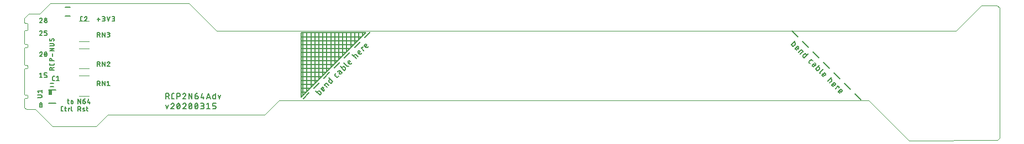
<source format=gto>
G04 EAGLE Gerber X2 export*
%TF.Part,Single*%
%TF.FileFunction,Other,silk top*%
%TF.FilePolarity,Positive*%
%TF.GenerationSoftware,Autodesk,EAGLE,9.5.2*%
%TF.CreationDate,2020-03-15T17:58:39Z*%
G75*
%MOMM*%
%FSLAX34Y34*%
%LPD*%
%INsilk top*%
%AMOC8*
5,1,8,0,0,1.08239X$1,22.5*%
G01*
%ADD10C,0.000000*%
%ADD11C,0.127000*%
%ADD12C,0.152400*%
%ADD13C,0.101600*%
%ADD14R,0.500000X0.675000*%


D10*
X0Y-23000D02*
X3000Y-26000D01*
X17000Y-26000D01*
X39750Y136500D02*
X252500Y136500D01*
X39750Y136500D02*
X23750Y120500D01*
X7000Y120500D01*
X0Y113500D01*
X0Y107500D01*
X0Y94000D02*
X0Y75000D01*
X1000Y74000D01*
X4000Y74000D01*
X5000Y73000D01*
X5000Y70000D02*
X4000Y69000D01*
X1000Y69000D01*
X0Y68000D01*
X5000Y70000D02*
X5000Y73000D01*
X0Y68000D02*
X0Y42500D01*
X1000Y41500D01*
X4000Y41500D01*
X5000Y40500D01*
X5000Y37500D02*
X4000Y36500D01*
X1000Y36500D01*
X0Y35500D01*
X5000Y37500D02*
X5000Y40500D01*
X0Y-10000D02*
X0Y-23000D01*
X0Y-3000D02*
X0Y35500D01*
X0Y-3000D02*
X1000Y-4000D01*
X4000Y-4000D02*
X5000Y-5000D01*
X4000Y-4000D02*
X1000Y-4000D01*
X5000Y-5000D02*
X5000Y-8000D01*
X4000Y-9000D01*
X1000Y-9000D01*
X0Y-10000D01*
X1000Y106500D02*
X0Y107500D01*
X1000Y106500D02*
X4000Y106500D01*
X5000Y105500D01*
X5000Y96000D01*
X4000Y95000D01*
X1000Y95000D01*
X0Y94000D01*
D11*
X23445Y-20840D02*
X23447Y-20755D01*
X23453Y-20669D01*
X23462Y-20584D01*
X23476Y-20500D01*
X23493Y-20416D01*
X23514Y-20333D01*
X23538Y-20251D01*
X23566Y-20171D01*
X23598Y-20091D01*
X23634Y-20013D01*
X23672Y-19937D01*
X23715Y-19863D01*
X23760Y-19791D01*
X23809Y-19720D01*
X23861Y-19652D01*
X23915Y-19587D01*
X23973Y-19524D01*
X24034Y-19463D01*
X24097Y-19405D01*
X24162Y-19351D01*
X24230Y-19299D01*
X24301Y-19250D01*
X24373Y-19205D01*
X24447Y-19162D01*
X24523Y-19124D01*
X24601Y-19088D01*
X24681Y-19056D01*
X24761Y-19028D01*
X24843Y-19004D01*
X24926Y-18983D01*
X25010Y-18966D01*
X25094Y-18952D01*
X25179Y-18943D01*
X25265Y-18937D01*
X25350Y-18935D01*
X25435Y-18937D01*
X25521Y-18943D01*
X25606Y-18952D01*
X25690Y-18966D01*
X25774Y-18983D01*
X25857Y-19004D01*
X25939Y-19028D01*
X26019Y-19056D01*
X26099Y-19088D01*
X26177Y-19124D01*
X26253Y-19162D01*
X26327Y-19205D01*
X26399Y-19250D01*
X26470Y-19299D01*
X26538Y-19351D01*
X26603Y-19405D01*
X26666Y-19463D01*
X26727Y-19524D01*
X26785Y-19587D01*
X26839Y-19652D01*
X26891Y-19720D01*
X26940Y-19791D01*
X26985Y-19863D01*
X27028Y-19937D01*
X27066Y-20013D01*
X27102Y-20091D01*
X27134Y-20171D01*
X27162Y-20251D01*
X27186Y-20333D01*
X27207Y-20416D01*
X27224Y-20500D01*
X27238Y-20584D01*
X27247Y-20669D01*
X27253Y-20755D01*
X27255Y-20840D01*
X27253Y-20925D01*
X27247Y-21011D01*
X27238Y-21096D01*
X27224Y-21180D01*
X27207Y-21264D01*
X27186Y-21347D01*
X27162Y-21429D01*
X27134Y-21509D01*
X27102Y-21589D01*
X27066Y-21667D01*
X27028Y-21743D01*
X26985Y-21817D01*
X26940Y-21889D01*
X26891Y-21960D01*
X26839Y-22028D01*
X26785Y-22093D01*
X26727Y-22156D01*
X26666Y-22217D01*
X26603Y-22275D01*
X26538Y-22329D01*
X26470Y-22381D01*
X26399Y-22430D01*
X26327Y-22475D01*
X26253Y-22518D01*
X26177Y-22556D01*
X26099Y-22592D01*
X26019Y-22624D01*
X25939Y-22652D01*
X25857Y-22676D01*
X25774Y-22697D01*
X25690Y-22714D01*
X25606Y-22728D01*
X25521Y-22737D01*
X25435Y-22743D01*
X25350Y-22745D01*
X25265Y-22743D01*
X25179Y-22737D01*
X25094Y-22728D01*
X25010Y-22714D01*
X24926Y-22697D01*
X24843Y-22676D01*
X24761Y-22652D01*
X24681Y-22624D01*
X24601Y-22592D01*
X24523Y-22556D01*
X24447Y-22518D01*
X24373Y-22475D01*
X24301Y-22430D01*
X24230Y-22381D01*
X24162Y-22329D01*
X24097Y-22275D01*
X24034Y-22217D01*
X23973Y-22156D01*
X23915Y-22093D01*
X23861Y-22028D01*
X23809Y-21960D01*
X23760Y-21889D01*
X23715Y-21817D01*
X23672Y-21743D01*
X23634Y-21667D01*
X23598Y-21589D01*
X23566Y-21509D01*
X23538Y-21429D01*
X23514Y-21347D01*
X23493Y-21264D01*
X23476Y-21180D01*
X23462Y-21096D01*
X23453Y-21011D01*
X23447Y-20925D01*
X23445Y-20840D01*
X23826Y-17411D02*
X23828Y-17334D01*
X23834Y-17257D01*
X23844Y-17180D01*
X23857Y-17104D01*
X23875Y-17029D01*
X23896Y-16955D01*
X23921Y-16882D01*
X23950Y-16810D01*
X23982Y-16740D01*
X24017Y-16671D01*
X24057Y-16605D01*
X24099Y-16540D01*
X24145Y-16478D01*
X24194Y-16418D01*
X24245Y-16361D01*
X24300Y-16306D01*
X24357Y-16255D01*
X24417Y-16206D01*
X24479Y-16160D01*
X24544Y-16118D01*
X24610Y-16078D01*
X24679Y-16043D01*
X24749Y-16011D01*
X24821Y-15982D01*
X24894Y-15957D01*
X24968Y-15936D01*
X25043Y-15918D01*
X25119Y-15905D01*
X25196Y-15895D01*
X25273Y-15889D01*
X25350Y-15887D01*
X25427Y-15889D01*
X25504Y-15895D01*
X25581Y-15905D01*
X25657Y-15918D01*
X25732Y-15936D01*
X25806Y-15957D01*
X25879Y-15982D01*
X25951Y-16011D01*
X26021Y-16043D01*
X26090Y-16078D01*
X26156Y-16118D01*
X26221Y-16160D01*
X26283Y-16206D01*
X26343Y-16255D01*
X26400Y-16306D01*
X26455Y-16361D01*
X26506Y-16418D01*
X26555Y-16478D01*
X26601Y-16540D01*
X26643Y-16605D01*
X26683Y-16671D01*
X26718Y-16740D01*
X26750Y-16810D01*
X26779Y-16882D01*
X26804Y-16955D01*
X26825Y-17029D01*
X26843Y-17104D01*
X26856Y-17180D01*
X26866Y-17257D01*
X26872Y-17334D01*
X26874Y-17411D01*
X26872Y-17488D01*
X26866Y-17565D01*
X26856Y-17642D01*
X26843Y-17718D01*
X26825Y-17793D01*
X26804Y-17867D01*
X26779Y-17940D01*
X26750Y-18012D01*
X26718Y-18082D01*
X26683Y-18151D01*
X26643Y-18217D01*
X26601Y-18282D01*
X26555Y-18344D01*
X26506Y-18404D01*
X26455Y-18461D01*
X26400Y-18516D01*
X26343Y-18567D01*
X26283Y-18616D01*
X26221Y-18662D01*
X26156Y-18704D01*
X26090Y-18744D01*
X26021Y-18779D01*
X25951Y-18811D01*
X25879Y-18840D01*
X25806Y-18865D01*
X25732Y-18886D01*
X25657Y-18904D01*
X25581Y-18917D01*
X25504Y-18927D01*
X25427Y-18933D01*
X25350Y-18935D01*
X25273Y-18933D01*
X25196Y-18927D01*
X25119Y-18917D01*
X25043Y-18904D01*
X24968Y-18886D01*
X24894Y-18865D01*
X24821Y-18840D01*
X24749Y-18811D01*
X24679Y-18779D01*
X24610Y-18744D01*
X24544Y-18704D01*
X24479Y-18662D01*
X24417Y-18616D01*
X24357Y-18567D01*
X24300Y-18516D01*
X24245Y-18461D01*
X24194Y-18404D01*
X24145Y-18344D01*
X24099Y-18282D01*
X24057Y-18217D01*
X24017Y-18151D01*
X23982Y-18082D01*
X23950Y-18012D01*
X23921Y-17940D01*
X23896Y-17867D01*
X23875Y-17793D01*
X23857Y-17718D01*
X23844Y-17642D01*
X23834Y-17565D01*
X23828Y-17488D01*
X23826Y-17411D01*
X23445Y28089D02*
X25350Y29613D01*
X25350Y22755D01*
X23445Y22755D02*
X27255Y22755D01*
X30760Y22755D02*
X33046Y22755D01*
X33123Y22757D01*
X33200Y22763D01*
X33277Y22773D01*
X33353Y22786D01*
X33428Y22804D01*
X33502Y22825D01*
X33575Y22850D01*
X33647Y22879D01*
X33717Y22911D01*
X33786Y22946D01*
X33852Y22986D01*
X33917Y23028D01*
X33979Y23074D01*
X34039Y23123D01*
X34096Y23174D01*
X34151Y23229D01*
X34202Y23286D01*
X34251Y23346D01*
X34297Y23408D01*
X34339Y23473D01*
X34379Y23539D01*
X34414Y23608D01*
X34446Y23678D01*
X34475Y23750D01*
X34500Y23823D01*
X34521Y23897D01*
X34539Y23972D01*
X34552Y24048D01*
X34562Y24125D01*
X34568Y24202D01*
X34570Y24279D01*
X34570Y25041D01*
X34568Y25118D01*
X34562Y25195D01*
X34552Y25272D01*
X34539Y25348D01*
X34521Y25423D01*
X34500Y25497D01*
X34475Y25570D01*
X34446Y25642D01*
X34414Y25712D01*
X34379Y25781D01*
X34339Y25847D01*
X34297Y25912D01*
X34251Y25974D01*
X34202Y26034D01*
X34151Y26091D01*
X34096Y26146D01*
X34039Y26197D01*
X33979Y26246D01*
X33917Y26292D01*
X33852Y26334D01*
X33786Y26374D01*
X33717Y26409D01*
X33647Y26441D01*
X33575Y26470D01*
X33502Y26495D01*
X33428Y26516D01*
X33353Y26534D01*
X33277Y26547D01*
X33200Y26557D01*
X33123Y26563D01*
X33046Y26565D01*
X30760Y26565D01*
X30760Y29613D01*
X34570Y29613D01*
X27256Y60399D02*
X27254Y60481D01*
X27248Y60562D01*
X27239Y60643D01*
X27225Y60724D01*
X27208Y60803D01*
X27187Y60882D01*
X27162Y60960D01*
X27133Y61036D01*
X27101Y61111D01*
X27065Y61185D01*
X27026Y61257D01*
X26984Y61326D01*
X26938Y61394D01*
X26889Y61459D01*
X26837Y61522D01*
X26782Y61582D01*
X26724Y61640D01*
X26664Y61695D01*
X26601Y61747D01*
X26536Y61796D01*
X26468Y61842D01*
X26399Y61884D01*
X26327Y61923D01*
X26253Y61959D01*
X26178Y61991D01*
X26102Y62020D01*
X26024Y62045D01*
X25945Y62066D01*
X25866Y62083D01*
X25785Y62097D01*
X25704Y62106D01*
X25623Y62112D01*
X25541Y62114D01*
X25541Y62113D02*
X25449Y62111D01*
X25357Y62105D01*
X25265Y62096D01*
X25173Y62082D01*
X25083Y62065D01*
X24993Y62044D01*
X24904Y62019D01*
X24816Y61990D01*
X24729Y61958D01*
X24644Y61922D01*
X24561Y61883D01*
X24479Y61840D01*
X24399Y61794D01*
X24321Y61744D01*
X24245Y61692D01*
X24172Y61636D01*
X24101Y61577D01*
X24032Y61515D01*
X23966Y61450D01*
X23903Y61383D01*
X23843Y61313D01*
X23785Y61241D01*
X23731Y61166D01*
X23680Y61089D01*
X23632Y61010D01*
X23588Y60929D01*
X23547Y60846D01*
X23509Y60762D01*
X23475Y60676D01*
X23445Y60589D01*
X26684Y59065D02*
X26743Y59124D01*
X26799Y59185D01*
X26852Y59248D01*
X26903Y59314D01*
X26950Y59382D01*
X26994Y59452D01*
X27035Y59524D01*
X27073Y59598D01*
X27107Y59673D01*
X27138Y59750D01*
X27165Y59828D01*
X27189Y59908D01*
X27210Y59988D01*
X27226Y60069D01*
X27239Y60151D01*
X27249Y60233D01*
X27254Y60316D01*
X27256Y60399D01*
X26684Y59065D02*
X23445Y55255D01*
X27255Y55255D01*
X30760Y58684D02*
X30762Y58826D01*
X30767Y58969D01*
X30776Y59111D01*
X30789Y59253D01*
X30805Y59394D01*
X30824Y59535D01*
X30848Y59676D01*
X30874Y59816D01*
X30905Y59955D01*
X30939Y60093D01*
X30976Y60231D01*
X31016Y60367D01*
X31061Y60503D01*
X31108Y60637D01*
X31159Y60770D01*
X31213Y60902D01*
X31271Y61032D01*
X31332Y61161D01*
X31331Y61160D02*
X31357Y61229D01*
X31386Y61295D01*
X31418Y61361D01*
X31453Y61424D01*
X31492Y61486D01*
X31534Y61546D01*
X31579Y61603D01*
X31627Y61658D01*
X31678Y61710D01*
X31731Y61760D01*
X31787Y61806D01*
X31845Y61850D01*
X31906Y61891D01*
X31968Y61929D01*
X32032Y61963D01*
X32098Y61994D01*
X32166Y62022D01*
X32235Y62046D01*
X32305Y62066D01*
X32376Y62083D01*
X32447Y62096D01*
X32519Y62105D01*
X32592Y62111D01*
X32665Y62113D01*
X32738Y62111D01*
X32811Y62105D01*
X32883Y62096D01*
X32954Y62083D01*
X33025Y62066D01*
X33095Y62046D01*
X33164Y62022D01*
X33232Y61994D01*
X33298Y61963D01*
X33362Y61929D01*
X33424Y61891D01*
X33485Y61850D01*
X33543Y61806D01*
X33599Y61760D01*
X33652Y61710D01*
X33703Y61658D01*
X33751Y61603D01*
X33796Y61546D01*
X33838Y61486D01*
X33877Y61424D01*
X33912Y61361D01*
X33944Y61295D01*
X33973Y61229D01*
X33999Y61160D01*
X33999Y61161D02*
X34060Y61032D01*
X34118Y60902D01*
X34172Y60770D01*
X34223Y60637D01*
X34270Y60503D01*
X34315Y60367D01*
X34355Y60231D01*
X34392Y60093D01*
X34426Y59955D01*
X34457Y59816D01*
X34483Y59676D01*
X34507Y59535D01*
X34526Y59394D01*
X34542Y59253D01*
X34555Y59111D01*
X34564Y58969D01*
X34569Y58826D01*
X34571Y58684D01*
X30760Y58684D02*
X30762Y58542D01*
X30767Y58399D01*
X30776Y58257D01*
X30789Y58115D01*
X30805Y57974D01*
X30824Y57833D01*
X30848Y57692D01*
X30874Y57552D01*
X30905Y57413D01*
X30939Y57275D01*
X30976Y57137D01*
X31016Y57001D01*
X31061Y56865D01*
X31108Y56731D01*
X31159Y56598D01*
X31213Y56466D01*
X31271Y56336D01*
X31332Y56207D01*
X31331Y56208D02*
X31357Y56139D01*
X31386Y56073D01*
X31418Y56007D01*
X31453Y55944D01*
X31492Y55882D01*
X31534Y55822D01*
X31579Y55765D01*
X31627Y55710D01*
X31678Y55658D01*
X31731Y55608D01*
X31787Y55562D01*
X31845Y55518D01*
X31906Y55477D01*
X31968Y55439D01*
X32032Y55405D01*
X32098Y55374D01*
X32166Y55346D01*
X32235Y55322D01*
X32305Y55302D01*
X32376Y55285D01*
X32447Y55272D01*
X32519Y55263D01*
X32592Y55257D01*
X32665Y55255D01*
X33999Y56207D02*
X34060Y56336D01*
X34118Y56466D01*
X34172Y56598D01*
X34223Y56731D01*
X34270Y56865D01*
X34315Y57001D01*
X34355Y57137D01*
X34392Y57275D01*
X34426Y57413D01*
X34457Y57552D01*
X34483Y57692D01*
X34507Y57833D01*
X34526Y57974D01*
X34542Y58115D01*
X34555Y58257D01*
X34564Y58399D01*
X34569Y58542D01*
X34571Y58684D01*
X33999Y56208D02*
X33973Y56139D01*
X33944Y56073D01*
X33912Y56007D01*
X33877Y55944D01*
X33838Y55882D01*
X33796Y55822D01*
X33751Y55765D01*
X33703Y55710D01*
X33652Y55658D01*
X33599Y55608D01*
X33543Y55562D01*
X33485Y55518D01*
X33424Y55477D01*
X33362Y55439D01*
X33298Y55405D01*
X33232Y55374D01*
X33164Y55346D01*
X33095Y55322D01*
X33025Y55302D01*
X32954Y55285D01*
X32883Y55272D01*
X32811Y55263D01*
X32738Y55257D01*
X32665Y55255D01*
X31141Y56779D02*
X34189Y60589D01*
X27256Y92899D02*
X27254Y92981D01*
X27248Y93062D01*
X27239Y93143D01*
X27225Y93224D01*
X27208Y93303D01*
X27187Y93382D01*
X27162Y93460D01*
X27133Y93536D01*
X27101Y93611D01*
X27065Y93685D01*
X27026Y93757D01*
X26984Y93826D01*
X26938Y93894D01*
X26889Y93959D01*
X26837Y94022D01*
X26782Y94082D01*
X26724Y94140D01*
X26664Y94195D01*
X26601Y94247D01*
X26536Y94296D01*
X26468Y94342D01*
X26399Y94384D01*
X26327Y94423D01*
X26253Y94459D01*
X26178Y94491D01*
X26102Y94520D01*
X26024Y94545D01*
X25945Y94566D01*
X25866Y94583D01*
X25785Y94597D01*
X25704Y94606D01*
X25623Y94612D01*
X25541Y94614D01*
X25541Y94613D02*
X25449Y94611D01*
X25357Y94605D01*
X25265Y94596D01*
X25173Y94582D01*
X25083Y94565D01*
X24993Y94544D01*
X24904Y94519D01*
X24816Y94490D01*
X24729Y94458D01*
X24644Y94422D01*
X24561Y94383D01*
X24479Y94340D01*
X24399Y94294D01*
X24321Y94244D01*
X24245Y94192D01*
X24172Y94136D01*
X24101Y94077D01*
X24032Y94015D01*
X23966Y93950D01*
X23903Y93883D01*
X23843Y93813D01*
X23785Y93741D01*
X23731Y93666D01*
X23680Y93589D01*
X23632Y93510D01*
X23588Y93429D01*
X23547Y93346D01*
X23509Y93262D01*
X23475Y93176D01*
X23445Y93089D01*
X26684Y91565D02*
X26743Y91624D01*
X26799Y91685D01*
X26852Y91748D01*
X26903Y91814D01*
X26950Y91882D01*
X26994Y91952D01*
X27035Y92024D01*
X27073Y92098D01*
X27107Y92173D01*
X27138Y92250D01*
X27165Y92328D01*
X27189Y92408D01*
X27210Y92488D01*
X27226Y92569D01*
X27239Y92651D01*
X27249Y92733D01*
X27254Y92816D01*
X27256Y92899D01*
X26684Y91565D02*
X23445Y87755D01*
X27255Y87755D01*
X30760Y87755D02*
X33046Y87755D01*
X33123Y87757D01*
X33200Y87763D01*
X33277Y87773D01*
X33353Y87786D01*
X33428Y87804D01*
X33502Y87825D01*
X33575Y87850D01*
X33647Y87879D01*
X33717Y87911D01*
X33786Y87946D01*
X33852Y87986D01*
X33917Y88028D01*
X33979Y88074D01*
X34039Y88123D01*
X34096Y88174D01*
X34151Y88229D01*
X34202Y88286D01*
X34251Y88346D01*
X34297Y88408D01*
X34339Y88473D01*
X34379Y88539D01*
X34414Y88608D01*
X34446Y88678D01*
X34475Y88750D01*
X34500Y88823D01*
X34521Y88897D01*
X34539Y88972D01*
X34552Y89048D01*
X34562Y89125D01*
X34568Y89202D01*
X34570Y89279D01*
X34570Y90041D01*
X34568Y90118D01*
X34562Y90195D01*
X34552Y90272D01*
X34539Y90348D01*
X34521Y90423D01*
X34500Y90497D01*
X34475Y90570D01*
X34446Y90642D01*
X34414Y90712D01*
X34379Y90781D01*
X34339Y90847D01*
X34297Y90912D01*
X34251Y90974D01*
X34202Y91034D01*
X34151Y91091D01*
X34096Y91146D01*
X34039Y91197D01*
X33979Y91246D01*
X33917Y91292D01*
X33852Y91334D01*
X33786Y91374D01*
X33717Y91409D01*
X33647Y91441D01*
X33575Y91470D01*
X33502Y91495D01*
X33428Y91516D01*
X33353Y91534D01*
X33277Y91547D01*
X33200Y91557D01*
X33123Y91563D01*
X33046Y91565D01*
X30760Y91565D01*
X30760Y94613D01*
X34570Y94613D01*
X27256Y112399D02*
X27254Y112481D01*
X27248Y112562D01*
X27239Y112643D01*
X27225Y112724D01*
X27208Y112803D01*
X27187Y112882D01*
X27162Y112960D01*
X27133Y113036D01*
X27101Y113111D01*
X27065Y113185D01*
X27026Y113257D01*
X26984Y113326D01*
X26938Y113394D01*
X26889Y113459D01*
X26837Y113522D01*
X26782Y113582D01*
X26724Y113640D01*
X26664Y113695D01*
X26601Y113747D01*
X26536Y113796D01*
X26468Y113842D01*
X26399Y113884D01*
X26327Y113923D01*
X26253Y113959D01*
X26178Y113991D01*
X26102Y114020D01*
X26024Y114045D01*
X25945Y114066D01*
X25866Y114083D01*
X25785Y114097D01*
X25704Y114106D01*
X25623Y114112D01*
X25541Y114114D01*
X25541Y114113D02*
X25449Y114111D01*
X25357Y114105D01*
X25265Y114096D01*
X25173Y114082D01*
X25083Y114065D01*
X24993Y114044D01*
X24904Y114019D01*
X24816Y113990D01*
X24729Y113958D01*
X24644Y113922D01*
X24561Y113883D01*
X24479Y113840D01*
X24399Y113794D01*
X24321Y113744D01*
X24245Y113692D01*
X24172Y113636D01*
X24101Y113577D01*
X24032Y113515D01*
X23966Y113450D01*
X23903Y113383D01*
X23843Y113313D01*
X23785Y113241D01*
X23731Y113166D01*
X23680Y113089D01*
X23632Y113010D01*
X23588Y112929D01*
X23547Y112846D01*
X23509Y112762D01*
X23475Y112676D01*
X23445Y112589D01*
X26684Y111065D02*
X26743Y111124D01*
X26799Y111185D01*
X26852Y111248D01*
X26903Y111314D01*
X26950Y111382D01*
X26994Y111452D01*
X27035Y111524D01*
X27073Y111598D01*
X27107Y111673D01*
X27138Y111750D01*
X27165Y111828D01*
X27189Y111908D01*
X27210Y111988D01*
X27226Y112069D01*
X27239Y112151D01*
X27249Y112233D01*
X27254Y112316D01*
X27256Y112399D01*
X26684Y111065D02*
X23445Y107255D01*
X27255Y107255D01*
X30760Y109160D02*
X30762Y109245D01*
X30768Y109331D01*
X30777Y109416D01*
X30791Y109500D01*
X30808Y109584D01*
X30829Y109667D01*
X30853Y109749D01*
X30881Y109829D01*
X30913Y109909D01*
X30949Y109987D01*
X30987Y110063D01*
X31030Y110137D01*
X31075Y110209D01*
X31124Y110280D01*
X31176Y110348D01*
X31230Y110413D01*
X31288Y110476D01*
X31349Y110537D01*
X31412Y110595D01*
X31477Y110649D01*
X31545Y110701D01*
X31616Y110750D01*
X31688Y110795D01*
X31762Y110838D01*
X31838Y110876D01*
X31916Y110912D01*
X31996Y110944D01*
X32076Y110972D01*
X32158Y110996D01*
X32241Y111017D01*
X32325Y111034D01*
X32409Y111048D01*
X32494Y111057D01*
X32580Y111063D01*
X32665Y111065D01*
X32750Y111063D01*
X32836Y111057D01*
X32921Y111048D01*
X33005Y111034D01*
X33089Y111017D01*
X33172Y110996D01*
X33254Y110972D01*
X33334Y110944D01*
X33414Y110912D01*
X33492Y110876D01*
X33568Y110838D01*
X33642Y110795D01*
X33714Y110750D01*
X33785Y110701D01*
X33853Y110649D01*
X33918Y110595D01*
X33981Y110537D01*
X34042Y110476D01*
X34100Y110413D01*
X34154Y110348D01*
X34206Y110280D01*
X34255Y110209D01*
X34300Y110137D01*
X34343Y110063D01*
X34381Y109987D01*
X34417Y109909D01*
X34449Y109829D01*
X34477Y109749D01*
X34501Y109667D01*
X34522Y109584D01*
X34539Y109500D01*
X34553Y109416D01*
X34562Y109331D01*
X34568Y109245D01*
X34570Y109160D01*
X34568Y109075D01*
X34562Y108989D01*
X34553Y108904D01*
X34539Y108820D01*
X34522Y108736D01*
X34501Y108653D01*
X34477Y108571D01*
X34449Y108491D01*
X34417Y108411D01*
X34381Y108333D01*
X34343Y108257D01*
X34300Y108183D01*
X34255Y108111D01*
X34206Y108040D01*
X34154Y107972D01*
X34100Y107907D01*
X34042Y107844D01*
X33981Y107783D01*
X33918Y107725D01*
X33853Y107671D01*
X33785Y107619D01*
X33714Y107570D01*
X33642Y107525D01*
X33568Y107482D01*
X33492Y107444D01*
X33414Y107408D01*
X33334Y107376D01*
X33254Y107348D01*
X33172Y107324D01*
X33089Y107303D01*
X33005Y107286D01*
X32921Y107272D01*
X32836Y107263D01*
X32750Y107257D01*
X32665Y107255D01*
X32580Y107257D01*
X32494Y107263D01*
X32409Y107272D01*
X32325Y107286D01*
X32241Y107303D01*
X32158Y107324D01*
X32076Y107348D01*
X31996Y107376D01*
X31916Y107408D01*
X31838Y107444D01*
X31762Y107482D01*
X31688Y107525D01*
X31616Y107570D01*
X31545Y107619D01*
X31477Y107671D01*
X31412Y107725D01*
X31349Y107783D01*
X31288Y107844D01*
X31230Y107907D01*
X31176Y107972D01*
X31124Y108040D01*
X31075Y108111D01*
X31030Y108183D01*
X30987Y108257D01*
X30949Y108333D01*
X30913Y108411D01*
X30881Y108491D01*
X30853Y108571D01*
X30829Y108653D01*
X30808Y108736D01*
X30791Y108820D01*
X30777Y108904D01*
X30768Y108989D01*
X30762Y109075D01*
X30760Y109160D01*
X31141Y112589D02*
X31143Y112666D01*
X31149Y112743D01*
X31159Y112820D01*
X31172Y112896D01*
X31190Y112971D01*
X31211Y113045D01*
X31236Y113118D01*
X31265Y113190D01*
X31297Y113260D01*
X31332Y113329D01*
X31372Y113395D01*
X31414Y113460D01*
X31460Y113522D01*
X31509Y113582D01*
X31560Y113639D01*
X31615Y113694D01*
X31672Y113745D01*
X31732Y113794D01*
X31794Y113840D01*
X31859Y113882D01*
X31925Y113922D01*
X31994Y113957D01*
X32064Y113989D01*
X32136Y114018D01*
X32209Y114043D01*
X32283Y114064D01*
X32358Y114082D01*
X32434Y114095D01*
X32511Y114105D01*
X32588Y114111D01*
X32665Y114113D01*
X32742Y114111D01*
X32819Y114105D01*
X32896Y114095D01*
X32972Y114082D01*
X33047Y114064D01*
X33121Y114043D01*
X33194Y114018D01*
X33266Y113989D01*
X33336Y113957D01*
X33405Y113922D01*
X33471Y113882D01*
X33536Y113840D01*
X33598Y113794D01*
X33658Y113745D01*
X33715Y113694D01*
X33770Y113639D01*
X33821Y113582D01*
X33870Y113522D01*
X33916Y113460D01*
X33958Y113395D01*
X33998Y113329D01*
X34033Y113260D01*
X34065Y113190D01*
X34094Y113118D01*
X34119Y113045D01*
X34140Y112971D01*
X34158Y112896D01*
X34171Y112820D01*
X34181Y112743D01*
X34187Y112666D01*
X34189Y112589D01*
X34187Y112512D01*
X34181Y112435D01*
X34171Y112358D01*
X34158Y112282D01*
X34140Y112207D01*
X34119Y112133D01*
X34094Y112060D01*
X34065Y111988D01*
X34033Y111918D01*
X33998Y111849D01*
X33958Y111783D01*
X33916Y111718D01*
X33870Y111656D01*
X33821Y111596D01*
X33770Y111539D01*
X33715Y111484D01*
X33658Y111433D01*
X33598Y111384D01*
X33536Y111338D01*
X33471Y111296D01*
X33405Y111256D01*
X33336Y111221D01*
X33266Y111189D01*
X33194Y111160D01*
X33121Y111135D01*
X33047Y111114D01*
X32972Y111096D01*
X32896Y111083D01*
X32819Y111073D01*
X32742Y111067D01*
X32665Y111065D01*
X32588Y111067D01*
X32511Y111073D01*
X32434Y111083D01*
X32358Y111096D01*
X32283Y111114D01*
X32209Y111135D01*
X32136Y111160D01*
X32064Y111189D01*
X31994Y111221D01*
X31925Y111256D01*
X31859Y111296D01*
X31794Y111338D01*
X31732Y111384D01*
X31672Y111433D01*
X31615Y111484D01*
X31560Y111539D01*
X31509Y111596D01*
X31460Y111656D01*
X31414Y111718D01*
X31372Y111783D01*
X31332Y111849D01*
X31297Y111918D01*
X31265Y111988D01*
X31236Y112060D01*
X31211Y112133D01*
X31190Y112207D01*
X31172Y112282D01*
X31159Y112358D01*
X31149Y112435D01*
X31143Y112512D01*
X31141Y112589D01*
X57909Y-28615D02*
X59433Y-28615D01*
X57909Y-28615D02*
X57832Y-28613D01*
X57755Y-28607D01*
X57678Y-28597D01*
X57602Y-28584D01*
X57527Y-28566D01*
X57453Y-28545D01*
X57380Y-28520D01*
X57308Y-28491D01*
X57238Y-28459D01*
X57169Y-28424D01*
X57103Y-28384D01*
X57038Y-28342D01*
X56976Y-28296D01*
X56916Y-28247D01*
X56859Y-28196D01*
X56804Y-28141D01*
X56753Y-28084D01*
X56704Y-28024D01*
X56658Y-27962D01*
X56616Y-27897D01*
X56576Y-27831D01*
X56541Y-27762D01*
X56509Y-27692D01*
X56480Y-27620D01*
X56455Y-27547D01*
X56434Y-27473D01*
X56416Y-27398D01*
X56403Y-27322D01*
X56393Y-27245D01*
X56387Y-27168D01*
X56385Y-27091D01*
X56385Y-23281D01*
X56387Y-23204D01*
X56393Y-23127D01*
X56403Y-23050D01*
X56416Y-22974D01*
X56434Y-22899D01*
X56455Y-22825D01*
X56480Y-22752D01*
X56509Y-22680D01*
X56541Y-22610D01*
X56576Y-22541D01*
X56616Y-22475D01*
X56658Y-22410D01*
X56704Y-22348D01*
X56753Y-22288D01*
X56804Y-22231D01*
X56859Y-22176D01*
X56916Y-22125D01*
X56976Y-22076D01*
X57038Y-22030D01*
X57103Y-21988D01*
X57169Y-21948D01*
X57238Y-21913D01*
X57308Y-21881D01*
X57380Y-21852D01*
X57453Y-21827D01*
X57527Y-21806D01*
X57602Y-21788D01*
X57678Y-21775D01*
X57755Y-21765D01*
X57832Y-21759D01*
X57909Y-21757D01*
X59433Y-21757D01*
X61724Y-24043D02*
X64010Y-24043D01*
X62486Y-21757D02*
X62486Y-27472D01*
X62488Y-27538D01*
X62494Y-27605D01*
X62503Y-27670D01*
X62517Y-27736D01*
X62534Y-27800D01*
X62555Y-27863D01*
X62579Y-27925D01*
X62608Y-27985D01*
X62639Y-28043D01*
X62674Y-28100D01*
X62712Y-28155D01*
X62753Y-28207D01*
X62798Y-28256D01*
X62845Y-28303D01*
X62894Y-28348D01*
X62946Y-28389D01*
X63001Y-28427D01*
X63058Y-28462D01*
X63116Y-28493D01*
X63176Y-28522D01*
X63238Y-28546D01*
X63301Y-28567D01*
X63365Y-28584D01*
X63431Y-28598D01*
X63496Y-28607D01*
X63563Y-28613D01*
X63629Y-28615D01*
X64010Y-28615D01*
X67345Y-28615D02*
X67345Y-24043D01*
X69631Y-24043D01*
X69631Y-24805D01*
X72184Y-27472D02*
X72184Y-21757D01*
X72184Y-27472D02*
X72186Y-27538D01*
X72192Y-27605D01*
X72201Y-27670D01*
X72215Y-27736D01*
X72232Y-27800D01*
X72253Y-27863D01*
X72277Y-27925D01*
X72306Y-27985D01*
X72337Y-28043D01*
X72372Y-28100D01*
X72410Y-28155D01*
X72451Y-28207D01*
X72496Y-28256D01*
X72543Y-28303D01*
X72592Y-28348D01*
X72644Y-28389D01*
X72699Y-28427D01*
X72756Y-28462D01*
X72814Y-28493D01*
X72874Y-28522D01*
X72936Y-28546D01*
X72999Y-28567D01*
X73063Y-28584D01*
X73129Y-28598D01*
X73194Y-28607D01*
X73261Y-28613D01*
X73327Y-28615D01*
X82385Y-28615D02*
X82385Y-21757D01*
X84290Y-21757D01*
X84375Y-21759D01*
X84461Y-21765D01*
X84546Y-21774D01*
X84630Y-21788D01*
X84714Y-21805D01*
X84797Y-21826D01*
X84879Y-21850D01*
X84959Y-21878D01*
X85039Y-21910D01*
X85117Y-21946D01*
X85193Y-21984D01*
X85267Y-22027D01*
X85339Y-22072D01*
X85410Y-22121D01*
X85478Y-22173D01*
X85543Y-22227D01*
X85606Y-22285D01*
X85667Y-22346D01*
X85725Y-22409D01*
X85779Y-22474D01*
X85831Y-22542D01*
X85880Y-22613D01*
X85925Y-22685D01*
X85968Y-22759D01*
X86006Y-22835D01*
X86042Y-22913D01*
X86074Y-22993D01*
X86102Y-23073D01*
X86126Y-23155D01*
X86147Y-23238D01*
X86164Y-23322D01*
X86178Y-23406D01*
X86187Y-23491D01*
X86193Y-23577D01*
X86195Y-23662D01*
X86193Y-23747D01*
X86187Y-23833D01*
X86178Y-23918D01*
X86164Y-24002D01*
X86147Y-24086D01*
X86126Y-24169D01*
X86102Y-24251D01*
X86074Y-24331D01*
X86042Y-24411D01*
X86006Y-24489D01*
X85968Y-24565D01*
X85925Y-24639D01*
X85880Y-24711D01*
X85831Y-24782D01*
X85779Y-24850D01*
X85725Y-24915D01*
X85667Y-24978D01*
X85606Y-25039D01*
X85543Y-25097D01*
X85478Y-25151D01*
X85410Y-25203D01*
X85339Y-25252D01*
X85267Y-25297D01*
X85193Y-25340D01*
X85117Y-25378D01*
X85039Y-25414D01*
X84959Y-25446D01*
X84879Y-25474D01*
X84797Y-25498D01*
X84714Y-25519D01*
X84630Y-25536D01*
X84546Y-25550D01*
X84461Y-25559D01*
X84375Y-25565D01*
X84290Y-25567D01*
X82385Y-25567D01*
X84671Y-25567D02*
X86195Y-28615D01*
X90095Y-25948D02*
X92000Y-26710D01*
X90095Y-25948D02*
X90038Y-25923D01*
X89983Y-25895D01*
X89929Y-25863D01*
X89878Y-25828D01*
X89829Y-25789D01*
X89782Y-25748D01*
X89738Y-25704D01*
X89697Y-25657D01*
X89659Y-25607D01*
X89625Y-25555D01*
X89593Y-25502D01*
X89565Y-25446D01*
X89541Y-25389D01*
X89520Y-25330D01*
X89503Y-25270D01*
X89490Y-25209D01*
X89481Y-25147D01*
X89475Y-25085D01*
X89474Y-25023D01*
X89477Y-24961D01*
X89483Y-24899D01*
X89493Y-24837D01*
X89507Y-24777D01*
X89525Y-24717D01*
X89547Y-24658D01*
X89572Y-24602D01*
X89601Y-24546D01*
X89633Y-24493D01*
X89669Y-24442D01*
X89708Y-24393D01*
X89749Y-24347D01*
X89794Y-24303D01*
X89841Y-24262D01*
X89891Y-24225D01*
X89943Y-24190D01*
X89997Y-24159D01*
X90053Y-24132D01*
X90110Y-24108D01*
X90169Y-24087D01*
X90229Y-24071D01*
X90290Y-24058D01*
X90352Y-24049D01*
X90414Y-24044D01*
X90476Y-24043D01*
X90477Y-24043D02*
X90603Y-24047D01*
X90729Y-24054D01*
X90855Y-24065D01*
X90981Y-24080D01*
X91106Y-24098D01*
X91230Y-24120D01*
X91354Y-24146D01*
X91477Y-24175D01*
X91599Y-24208D01*
X91720Y-24244D01*
X91839Y-24284D01*
X91958Y-24328D01*
X92075Y-24374D01*
X92191Y-24424D01*
X92001Y-26710D02*
X92058Y-26735D01*
X92113Y-26763D01*
X92167Y-26795D01*
X92218Y-26830D01*
X92267Y-26869D01*
X92314Y-26910D01*
X92358Y-26954D01*
X92399Y-27001D01*
X92437Y-27051D01*
X92471Y-27103D01*
X92503Y-27156D01*
X92531Y-27212D01*
X92555Y-27269D01*
X92576Y-27328D01*
X92593Y-27388D01*
X92606Y-27449D01*
X92615Y-27511D01*
X92621Y-27573D01*
X92622Y-27635D01*
X92619Y-27697D01*
X92613Y-27759D01*
X92603Y-27821D01*
X92589Y-27881D01*
X92571Y-27941D01*
X92549Y-28000D01*
X92524Y-28056D01*
X92495Y-28112D01*
X92463Y-28165D01*
X92427Y-28216D01*
X92388Y-28265D01*
X92347Y-28311D01*
X92302Y-28355D01*
X92255Y-28396D01*
X92205Y-28433D01*
X92153Y-28468D01*
X92099Y-28499D01*
X92043Y-28526D01*
X91986Y-28550D01*
X91927Y-28571D01*
X91867Y-28587D01*
X91806Y-28600D01*
X91744Y-28609D01*
X91682Y-28614D01*
X91620Y-28615D01*
X91467Y-28611D01*
X91314Y-28604D01*
X91162Y-28593D01*
X91010Y-28578D01*
X90858Y-28559D01*
X90707Y-28537D01*
X90556Y-28512D01*
X90406Y-28483D01*
X90257Y-28450D01*
X90108Y-28414D01*
X89961Y-28374D01*
X89814Y-28331D01*
X89668Y-28284D01*
X89524Y-28234D01*
X95182Y-24043D02*
X97468Y-24043D01*
X95944Y-21757D02*
X95944Y-27472D01*
X95946Y-27538D01*
X95952Y-27605D01*
X95961Y-27670D01*
X95975Y-27736D01*
X95992Y-27800D01*
X96013Y-27863D01*
X96037Y-27925D01*
X96066Y-27985D01*
X96097Y-28043D01*
X96132Y-28100D01*
X96170Y-28155D01*
X96211Y-28207D01*
X96256Y-28256D01*
X96303Y-28303D01*
X96352Y-28348D01*
X96404Y-28389D01*
X96459Y-28427D01*
X96516Y-28462D01*
X96574Y-28493D01*
X96634Y-28522D01*
X96696Y-28546D01*
X96759Y-28567D01*
X96823Y-28584D01*
X96889Y-28598D01*
X96954Y-28607D01*
X97021Y-28613D01*
X97087Y-28615D01*
X97468Y-28615D01*
X68491Y-12543D02*
X66205Y-12543D01*
X66967Y-10257D02*
X66967Y-15972D01*
X66969Y-16038D01*
X66975Y-16105D01*
X66984Y-16170D01*
X66998Y-16236D01*
X67015Y-16300D01*
X67036Y-16363D01*
X67060Y-16425D01*
X67089Y-16485D01*
X67120Y-16543D01*
X67155Y-16600D01*
X67193Y-16655D01*
X67234Y-16707D01*
X67279Y-16756D01*
X67326Y-16803D01*
X67375Y-16848D01*
X67427Y-16889D01*
X67482Y-16927D01*
X67539Y-16962D01*
X67597Y-16993D01*
X67657Y-17022D01*
X67719Y-17046D01*
X67782Y-17067D01*
X67846Y-17084D01*
X67912Y-17098D01*
X67977Y-17107D01*
X68044Y-17113D01*
X68110Y-17115D01*
X68491Y-17115D01*
X71519Y-15591D02*
X71519Y-14067D01*
X71521Y-13990D01*
X71527Y-13913D01*
X71537Y-13836D01*
X71550Y-13760D01*
X71568Y-13685D01*
X71589Y-13611D01*
X71614Y-13538D01*
X71643Y-13466D01*
X71675Y-13396D01*
X71710Y-13327D01*
X71750Y-13261D01*
X71792Y-13196D01*
X71838Y-13134D01*
X71887Y-13074D01*
X71938Y-13017D01*
X71993Y-12962D01*
X72050Y-12911D01*
X72110Y-12862D01*
X72172Y-12816D01*
X72237Y-12774D01*
X72303Y-12734D01*
X72372Y-12699D01*
X72442Y-12667D01*
X72514Y-12638D01*
X72587Y-12613D01*
X72661Y-12592D01*
X72736Y-12574D01*
X72812Y-12561D01*
X72889Y-12551D01*
X72966Y-12545D01*
X73043Y-12543D01*
X73120Y-12545D01*
X73197Y-12551D01*
X73274Y-12561D01*
X73350Y-12574D01*
X73425Y-12592D01*
X73499Y-12613D01*
X73572Y-12638D01*
X73644Y-12667D01*
X73714Y-12699D01*
X73783Y-12734D01*
X73849Y-12774D01*
X73914Y-12816D01*
X73976Y-12862D01*
X74036Y-12911D01*
X74093Y-12962D01*
X74148Y-13017D01*
X74199Y-13074D01*
X74248Y-13134D01*
X74294Y-13196D01*
X74336Y-13261D01*
X74376Y-13327D01*
X74411Y-13396D01*
X74443Y-13466D01*
X74472Y-13538D01*
X74497Y-13611D01*
X74518Y-13685D01*
X74536Y-13760D01*
X74549Y-13836D01*
X74559Y-13913D01*
X74565Y-13990D01*
X74567Y-14067D01*
X74567Y-15591D01*
X74565Y-15668D01*
X74559Y-15745D01*
X74549Y-15822D01*
X74536Y-15898D01*
X74518Y-15973D01*
X74497Y-16047D01*
X74472Y-16120D01*
X74443Y-16192D01*
X74411Y-16262D01*
X74376Y-16331D01*
X74336Y-16397D01*
X74294Y-16462D01*
X74248Y-16524D01*
X74199Y-16584D01*
X74148Y-16641D01*
X74093Y-16696D01*
X74036Y-16747D01*
X73976Y-16796D01*
X73914Y-16842D01*
X73849Y-16884D01*
X73783Y-16924D01*
X73714Y-16959D01*
X73644Y-16991D01*
X73572Y-17020D01*
X73499Y-17045D01*
X73425Y-17066D01*
X73350Y-17084D01*
X73274Y-17097D01*
X73197Y-17107D01*
X73120Y-17113D01*
X73043Y-17115D01*
X72966Y-17113D01*
X72889Y-17107D01*
X72812Y-17097D01*
X72736Y-17084D01*
X72661Y-17066D01*
X72587Y-17045D01*
X72514Y-17020D01*
X72442Y-16991D01*
X72372Y-16959D01*
X72303Y-16924D01*
X72237Y-16884D01*
X72172Y-16842D01*
X72110Y-16796D01*
X72050Y-16747D01*
X71993Y-16696D01*
X71938Y-16641D01*
X71887Y-16584D01*
X71838Y-16524D01*
X71792Y-16462D01*
X71750Y-16397D01*
X71710Y-16331D01*
X71675Y-16262D01*
X71643Y-16192D01*
X71614Y-16120D01*
X71589Y-16047D01*
X71568Y-15973D01*
X71550Y-15898D01*
X71537Y-15822D01*
X71527Y-15745D01*
X71521Y-15668D01*
X71519Y-15591D01*
X82111Y-17115D02*
X82111Y-10257D01*
X85921Y-17115D01*
X85921Y-10257D01*
X89670Y-13305D02*
X91956Y-13305D01*
X92033Y-13307D01*
X92110Y-13313D01*
X92187Y-13323D01*
X92263Y-13336D01*
X92338Y-13354D01*
X92412Y-13375D01*
X92485Y-13400D01*
X92557Y-13429D01*
X92627Y-13461D01*
X92696Y-13496D01*
X92762Y-13536D01*
X92827Y-13578D01*
X92889Y-13624D01*
X92949Y-13673D01*
X93006Y-13724D01*
X93061Y-13779D01*
X93112Y-13836D01*
X93161Y-13896D01*
X93207Y-13958D01*
X93249Y-14023D01*
X93289Y-14089D01*
X93324Y-14158D01*
X93356Y-14228D01*
X93385Y-14300D01*
X93410Y-14373D01*
X93431Y-14447D01*
X93449Y-14522D01*
X93462Y-14598D01*
X93472Y-14675D01*
X93478Y-14752D01*
X93480Y-14829D01*
X93480Y-15210D01*
X93478Y-15295D01*
X93472Y-15381D01*
X93463Y-15466D01*
X93449Y-15550D01*
X93432Y-15634D01*
X93411Y-15717D01*
X93387Y-15799D01*
X93359Y-15879D01*
X93327Y-15959D01*
X93291Y-16037D01*
X93253Y-16113D01*
X93210Y-16187D01*
X93165Y-16259D01*
X93116Y-16330D01*
X93064Y-16398D01*
X93010Y-16463D01*
X92952Y-16526D01*
X92891Y-16587D01*
X92828Y-16645D01*
X92763Y-16699D01*
X92695Y-16751D01*
X92624Y-16800D01*
X92552Y-16845D01*
X92478Y-16888D01*
X92402Y-16926D01*
X92324Y-16962D01*
X92244Y-16994D01*
X92164Y-17022D01*
X92082Y-17046D01*
X91999Y-17067D01*
X91915Y-17084D01*
X91831Y-17098D01*
X91746Y-17107D01*
X91660Y-17113D01*
X91575Y-17115D01*
X91490Y-17113D01*
X91404Y-17107D01*
X91319Y-17098D01*
X91235Y-17084D01*
X91151Y-17067D01*
X91068Y-17046D01*
X90986Y-17022D01*
X90906Y-16994D01*
X90826Y-16962D01*
X90748Y-16926D01*
X90672Y-16888D01*
X90598Y-16845D01*
X90526Y-16800D01*
X90455Y-16751D01*
X90387Y-16699D01*
X90322Y-16645D01*
X90259Y-16587D01*
X90198Y-16526D01*
X90140Y-16463D01*
X90086Y-16398D01*
X90034Y-16330D01*
X89985Y-16259D01*
X89940Y-16187D01*
X89897Y-16113D01*
X89859Y-16037D01*
X89823Y-15959D01*
X89791Y-15879D01*
X89763Y-15799D01*
X89739Y-15717D01*
X89718Y-15634D01*
X89701Y-15550D01*
X89687Y-15466D01*
X89678Y-15381D01*
X89672Y-15295D01*
X89670Y-15210D01*
X89670Y-13305D01*
X89672Y-13196D01*
X89678Y-13088D01*
X89687Y-12979D01*
X89701Y-12871D01*
X89718Y-12764D01*
X89740Y-12657D01*
X89765Y-12551D01*
X89793Y-12446D01*
X89826Y-12342D01*
X89862Y-12240D01*
X89902Y-12139D01*
X89945Y-12039D01*
X89992Y-11941D01*
X90043Y-11844D01*
X90097Y-11750D01*
X90154Y-11657D01*
X90214Y-11567D01*
X90278Y-11478D01*
X90345Y-11392D01*
X90414Y-11309D01*
X90487Y-11228D01*
X90563Y-11150D01*
X90641Y-11074D01*
X90722Y-11001D01*
X90805Y-10932D01*
X90891Y-10865D01*
X90980Y-10801D01*
X91070Y-10741D01*
X91163Y-10684D01*
X91257Y-10630D01*
X91354Y-10579D01*
X91452Y-10532D01*
X91552Y-10489D01*
X91653Y-10449D01*
X91755Y-10413D01*
X91859Y-10380D01*
X91964Y-10352D01*
X92070Y-10327D01*
X92177Y-10305D01*
X92284Y-10288D01*
X92392Y-10274D01*
X92501Y-10265D01*
X92609Y-10259D01*
X92718Y-10257D01*
X98509Y-10257D02*
X96985Y-15591D01*
X100795Y-15591D01*
X99652Y-14067D02*
X99652Y-17115D01*
X45365Y34440D02*
X38507Y34440D01*
X38507Y36345D01*
X38509Y36430D01*
X38515Y36516D01*
X38524Y36601D01*
X38538Y36685D01*
X38555Y36769D01*
X38576Y36852D01*
X38600Y36934D01*
X38628Y37014D01*
X38660Y37094D01*
X38696Y37172D01*
X38734Y37248D01*
X38777Y37322D01*
X38822Y37394D01*
X38871Y37465D01*
X38923Y37533D01*
X38977Y37598D01*
X39035Y37661D01*
X39096Y37722D01*
X39159Y37780D01*
X39224Y37834D01*
X39292Y37886D01*
X39363Y37935D01*
X39435Y37980D01*
X39509Y38023D01*
X39585Y38061D01*
X39663Y38097D01*
X39743Y38129D01*
X39823Y38157D01*
X39905Y38181D01*
X39988Y38202D01*
X40072Y38219D01*
X40156Y38233D01*
X40241Y38242D01*
X40327Y38248D01*
X40412Y38250D01*
X40497Y38248D01*
X40583Y38242D01*
X40668Y38233D01*
X40752Y38219D01*
X40836Y38202D01*
X40919Y38181D01*
X41001Y38157D01*
X41081Y38129D01*
X41161Y38097D01*
X41239Y38061D01*
X41315Y38023D01*
X41389Y37980D01*
X41461Y37935D01*
X41532Y37886D01*
X41600Y37834D01*
X41665Y37780D01*
X41728Y37722D01*
X41789Y37661D01*
X41847Y37598D01*
X41901Y37533D01*
X41953Y37465D01*
X42002Y37394D01*
X42047Y37322D01*
X42090Y37248D01*
X42128Y37172D01*
X42164Y37094D01*
X42196Y37014D01*
X42224Y36934D01*
X42248Y36852D01*
X42269Y36769D01*
X42286Y36685D01*
X42300Y36601D01*
X42309Y36516D01*
X42315Y36430D01*
X42317Y36345D01*
X42317Y34440D01*
X42317Y36726D02*
X45365Y38250D01*
X45365Y43179D02*
X45365Y44703D01*
X45365Y43179D02*
X45363Y43102D01*
X45357Y43025D01*
X45347Y42948D01*
X45334Y42872D01*
X45316Y42797D01*
X45295Y42723D01*
X45270Y42650D01*
X45241Y42578D01*
X45209Y42508D01*
X45174Y42439D01*
X45134Y42373D01*
X45092Y42308D01*
X45046Y42246D01*
X44997Y42186D01*
X44946Y42129D01*
X44891Y42074D01*
X44834Y42023D01*
X44774Y41974D01*
X44712Y41928D01*
X44647Y41886D01*
X44581Y41846D01*
X44512Y41811D01*
X44442Y41779D01*
X44370Y41750D01*
X44297Y41725D01*
X44223Y41704D01*
X44148Y41686D01*
X44072Y41673D01*
X43995Y41663D01*
X43918Y41657D01*
X43841Y41655D01*
X40031Y41655D01*
X39954Y41657D01*
X39877Y41663D01*
X39800Y41673D01*
X39724Y41686D01*
X39649Y41704D01*
X39575Y41725D01*
X39502Y41750D01*
X39430Y41779D01*
X39360Y41811D01*
X39291Y41846D01*
X39225Y41886D01*
X39160Y41928D01*
X39098Y41974D01*
X39038Y42023D01*
X38981Y42074D01*
X38926Y42129D01*
X38875Y42186D01*
X38826Y42246D01*
X38780Y42308D01*
X38738Y42373D01*
X38698Y42439D01*
X38663Y42508D01*
X38631Y42578D01*
X38602Y42650D01*
X38577Y42723D01*
X38556Y42797D01*
X38538Y42872D01*
X38525Y42948D01*
X38515Y43025D01*
X38509Y43102D01*
X38507Y43179D01*
X38507Y44703D01*
X38507Y48186D02*
X45365Y48186D01*
X38507Y48186D02*
X38507Y50091D01*
X38509Y50176D01*
X38515Y50262D01*
X38524Y50347D01*
X38538Y50431D01*
X38555Y50515D01*
X38576Y50598D01*
X38600Y50680D01*
X38628Y50760D01*
X38660Y50840D01*
X38696Y50918D01*
X38734Y50994D01*
X38777Y51068D01*
X38822Y51140D01*
X38871Y51211D01*
X38923Y51279D01*
X38977Y51344D01*
X39035Y51407D01*
X39096Y51468D01*
X39159Y51526D01*
X39224Y51580D01*
X39292Y51632D01*
X39363Y51681D01*
X39435Y51726D01*
X39509Y51769D01*
X39585Y51807D01*
X39663Y51843D01*
X39743Y51875D01*
X39823Y51903D01*
X39905Y51927D01*
X39988Y51948D01*
X40072Y51965D01*
X40156Y51979D01*
X40241Y51988D01*
X40327Y51994D01*
X40412Y51996D01*
X40497Y51994D01*
X40583Y51988D01*
X40668Y51979D01*
X40752Y51965D01*
X40836Y51948D01*
X40919Y51927D01*
X41001Y51903D01*
X41081Y51875D01*
X41161Y51843D01*
X41239Y51807D01*
X41315Y51769D01*
X41389Y51726D01*
X41461Y51681D01*
X41532Y51632D01*
X41600Y51580D01*
X41665Y51526D01*
X41728Y51468D01*
X41789Y51407D01*
X41847Y51344D01*
X41901Y51279D01*
X41953Y51211D01*
X42002Y51140D01*
X42047Y51068D01*
X42090Y50994D01*
X42128Y50918D01*
X42164Y50840D01*
X42196Y50760D01*
X42224Y50680D01*
X42248Y50598D01*
X42269Y50515D01*
X42286Y50431D01*
X42300Y50347D01*
X42309Y50262D01*
X42315Y50176D01*
X42317Y50091D01*
X42317Y48186D01*
X42698Y55204D02*
X42698Y59776D01*
X45365Y63632D02*
X38507Y63632D01*
X45365Y67442D01*
X38507Y67442D01*
X38507Y71434D02*
X43460Y71434D01*
X43545Y71436D01*
X43631Y71442D01*
X43716Y71451D01*
X43800Y71465D01*
X43884Y71482D01*
X43967Y71503D01*
X44049Y71527D01*
X44129Y71555D01*
X44209Y71587D01*
X44287Y71623D01*
X44363Y71661D01*
X44437Y71704D01*
X44509Y71749D01*
X44580Y71798D01*
X44648Y71850D01*
X44713Y71904D01*
X44776Y71962D01*
X44837Y72023D01*
X44895Y72086D01*
X44949Y72151D01*
X45001Y72219D01*
X45050Y72290D01*
X45095Y72362D01*
X45138Y72436D01*
X45176Y72512D01*
X45212Y72590D01*
X45244Y72670D01*
X45272Y72750D01*
X45296Y72832D01*
X45317Y72915D01*
X45334Y72999D01*
X45348Y73083D01*
X45357Y73168D01*
X45363Y73254D01*
X45365Y73339D01*
X45363Y73424D01*
X45357Y73510D01*
X45348Y73595D01*
X45334Y73679D01*
X45317Y73763D01*
X45296Y73846D01*
X45272Y73928D01*
X45244Y74008D01*
X45212Y74088D01*
X45176Y74166D01*
X45138Y74242D01*
X45095Y74316D01*
X45050Y74388D01*
X45001Y74459D01*
X44949Y74527D01*
X44895Y74592D01*
X44837Y74655D01*
X44776Y74716D01*
X44713Y74774D01*
X44648Y74828D01*
X44580Y74880D01*
X44509Y74929D01*
X44437Y74974D01*
X44363Y75017D01*
X44287Y75055D01*
X44209Y75091D01*
X44129Y75123D01*
X44049Y75151D01*
X43967Y75175D01*
X43884Y75196D01*
X43800Y75213D01*
X43716Y75227D01*
X43631Y75236D01*
X43545Y75242D01*
X43460Y75244D01*
X38507Y75244D01*
X45365Y81036D02*
X45363Y81113D01*
X45357Y81190D01*
X45347Y81267D01*
X45334Y81343D01*
X45316Y81418D01*
X45295Y81492D01*
X45270Y81565D01*
X45241Y81637D01*
X45209Y81707D01*
X45174Y81776D01*
X45134Y81842D01*
X45092Y81907D01*
X45046Y81969D01*
X44997Y82029D01*
X44946Y82086D01*
X44891Y82141D01*
X44834Y82192D01*
X44774Y82241D01*
X44712Y82287D01*
X44647Y82329D01*
X44581Y82369D01*
X44512Y82404D01*
X44442Y82436D01*
X44370Y82465D01*
X44297Y82490D01*
X44223Y82511D01*
X44148Y82529D01*
X44072Y82542D01*
X43995Y82552D01*
X43918Y82558D01*
X43841Y82560D01*
X45365Y81036D02*
X45363Y80926D01*
X45357Y80815D01*
X45348Y80705D01*
X45335Y80595D01*
X45318Y80486D01*
X45297Y80378D01*
X45273Y80270D01*
X45244Y80163D01*
X45213Y80057D01*
X45177Y79953D01*
X45138Y79849D01*
X45096Y79747D01*
X45050Y79647D01*
X45000Y79548D01*
X44948Y79451D01*
X44891Y79355D01*
X44832Y79262D01*
X44770Y79171D01*
X44704Y79082D01*
X44636Y78995D01*
X44564Y78911D01*
X44490Y78829D01*
X44413Y78750D01*
X40031Y78940D02*
X39954Y78942D01*
X39877Y78948D01*
X39800Y78958D01*
X39724Y78971D01*
X39649Y78989D01*
X39575Y79010D01*
X39502Y79035D01*
X39430Y79064D01*
X39360Y79096D01*
X39291Y79131D01*
X39225Y79171D01*
X39160Y79213D01*
X39098Y79259D01*
X39038Y79308D01*
X38981Y79359D01*
X38926Y79414D01*
X38875Y79471D01*
X38826Y79531D01*
X38780Y79593D01*
X38738Y79658D01*
X38698Y79724D01*
X38663Y79793D01*
X38631Y79863D01*
X38602Y79935D01*
X38577Y80008D01*
X38556Y80082D01*
X38538Y80157D01*
X38525Y80233D01*
X38515Y80310D01*
X38509Y80387D01*
X38507Y80464D01*
X38509Y80566D01*
X38514Y80668D01*
X38523Y80770D01*
X38536Y80871D01*
X38553Y80972D01*
X38572Y81072D01*
X38596Y81172D01*
X38623Y81270D01*
X38654Y81368D01*
X38688Y81464D01*
X38725Y81559D01*
X38766Y81653D01*
X38810Y81745D01*
X38858Y81835D01*
X38908Y81924D01*
X38962Y82011D01*
X39019Y82096D01*
X39079Y82179D01*
X41365Y79702D02*
X41324Y79637D01*
X41281Y79574D01*
X41234Y79514D01*
X41184Y79455D01*
X41132Y79400D01*
X41077Y79347D01*
X41019Y79296D01*
X40959Y79249D01*
X40896Y79205D01*
X40832Y79163D01*
X40766Y79125D01*
X40697Y79091D01*
X40627Y79060D01*
X40556Y79032D01*
X40484Y79008D01*
X40410Y78987D01*
X40335Y78970D01*
X40260Y78957D01*
X40184Y78948D01*
X40108Y78942D01*
X40031Y78940D01*
X42507Y81798D02*
X42548Y81863D01*
X42591Y81926D01*
X42638Y81986D01*
X42688Y82045D01*
X42740Y82100D01*
X42795Y82153D01*
X42853Y82204D01*
X42913Y82251D01*
X42976Y82295D01*
X43040Y82337D01*
X43106Y82375D01*
X43175Y82409D01*
X43245Y82440D01*
X43316Y82468D01*
X43388Y82492D01*
X43462Y82513D01*
X43537Y82530D01*
X43612Y82543D01*
X43688Y82552D01*
X43764Y82558D01*
X43841Y82560D01*
X42508Y81798D02*
X41365Y79702D01*
D12*
X216762Y-1362D02*
X216762Y-9998D01*
X216762Y-1362D02*
X219161Y-1362D01*
X219258Y-1364D01*
X219354Y-1370D01*
X219450Y-1379D01*
X219546Y-1393D01*
X219641Y-1410D01*
X219735Y-1432D01*
X219828Y-1457D01*
X219921Y-1485D01*
X220012Y-1518D01*
X220101Y-1554D01*
X220189Y-1594D01*
X220276Y-1637D01*
X220361Y-1683D01*
X220443Y-1733D01*
X220524Y-1787D01*
X220602Y-1843D01*
X220678Y-1903D01*
X220752Y-1965D01*
X220823Y-2031D01*
X220891Y-2099D01*
X220957Y-2170D01*
X221019Y-2244D01*
X221079Y-2320D01*
X221135Y-2398D01*
X221189Y-2479D01*
X221239Y-2562D01*
X221285Y-2646D01*
X221328Y-2733D01*
X221368Y-2821D01*
X221404Y-2910D01*
X221437Y-3001D01*
X221465Y-3094D01*
X221490Y-3187D01*
X221512Y-3281D01*
X221529Y-3376D01*
X221543Y-3472D01*
X221552Y-3568D01*
X221558Y-3664D01*
X221560Y-3761D01*
X221558Y-3858D01*
X221552Y-3954D01*
X221543Y-4050D01*
X221529Y-4146D01*
X221512Y-4241D01*
X221490Y-4335D01*
X221465Y-4428D01*
X221437Y-4521D01*
X221404Y-4612D01*
X221368Y-4701D01*
X221328Y-4789D01*
X221285Y-4876D01*
X221239Y-4961D01*
X221189Y-5043D01*
X221135Y-5124D01*
X221079Y-5202D01*
X221019Y-5278D01*
X220957Y-5352D01*
X220891Y-5423D01*
X220823Y-5491D01*
X220752Y-5557D01*
X220678Y-5619D01*
X220602Y-5679D01*
X220524Y-5735D01*
X220443Y-5789D01*
X220361Y-5839D01*
X220276Y-5885D01*
X220189Y-5928D01*
X220101Y-5968D01*
X220012Y-6004D01*
X219921Y-6037D01*
X219828Y-6065D01*
X219735Y-6090D01*
X219641Y-6112D01*
X219546Y-6129D01*
X219450Y-6143D01*
X219354Y-6152D01*
X219258Y-6158D01*
X219161Y-6160D01*
X216762Y-6160D01*
X219641Y-6160D02*
X221560Y-9998D01*
X227702Y-9998D02*
X229621Y-9998D01*
X227702Y-9998D02*
X227616Y-9996D01*
X227530Y-9990D01*
X227444Y-9981D01*
X227359Y-9967D01*
X227275Y-9950D01*
X227191Y-9929D01*
X227109Y-9904D01*
X227028Y-9876D01*
X226948Y-9844D01*
X226869Y-9808D01*
X226793Y-9769D01*
X226718Y-9726D01*
X226645Y-9681D01*
X226574Y-9632D01*
X226506Y-9579D01*
X226439Y-9524D01*
X226376Y-9466D01*
X226315Y-9405D01*
X226257Y-9342D01*
X226202Y-9275D01*
X226150Y-9207D01*
X226100Y-9136D01*
X226055Y-9063D01*
X226012Y-8988D01*
X225973Y-8912D01*
X225937Y-8833D01*
X225905Y-8753D01*
X225877Y-8672D01*
X225852Y-8590D01*
X225831Y-8506D01*
X225814Y-8422D01*
X225800Y-8337D01*
X225791Y-8251D01*
X225785Y-8165D01*
X225783Y-8079D01*
X225783Y-3281D01*
X225785Y-3195D01*
X225791Y-3109D01*
X225800Y-3023D01*
X225814Y-2938D01*
X225831Y-2854D01*
X225852Y-2770D01*
X225877Y-2688D01*
X225905Y-2607D01*
X225937Y-2527D01*
X225973Y-2448D01*
X226012Y-2372D01*
X226055Y-2297D01*
X226100Y-2224D01*
X226149Y-2153D01*
X226202Y-2085D01*
X226257Y-2018D01*
X226315Y-1955D01*
X226376Y-1894D01*
X226439Y-1836D01*
X226506Y-1781D01*
X226574Y-1729D01*
X226645Y-1679D01*
X226718Y-1634D01*
X226793Y-1591D01*
X226869Y-1552D01*
X226948Y-1516D01*
X227028Y-1484D01*
X227109Y-1456D01*
X227191Y-1431D01*
X227275Y-1410D01*
X227359Y-1393D01*
X227444Y-1379D01*
X227530Y-1370D01*
X227616Y-1364D01*
X227702Y-1362D01*
X229621Y-1362D01*
X233941Y-1362D02*
X233941Y-9998D01*
X233941Y-1362D02*
X236340Y-1362D01*
X236437Y-1364D01*
X236533Y-1370D01*
X236629Y-1379D01*
X236725Y-1393D01*
X236820Y-1410D01*
X236914Y-1432D01*
X237007Y-1457D01*
X237100Y-1485D01*
X237191Y-1518D01*
X237280Y-1554D01*
X237368Y-1594D01*
X237455Y-1637D01*
X237540Y-1683D01*
X237622Y-1733D01*
X237703Y-1787D01*
X237781Y-1843D01*
X237857Y-1903D01*
X237931Y-1965D01*
X238002Y-2031D01*
X238070Y-2099D01*
X238136Y-2170D01*
X238198Y-2244D01*
X238258Y-2320D01*
X238314Y-2398D01*
X238368Y-2479D01*
X238418Y-2562D01*
X238464Y-2646D01*
X238507Y-2733D01*
X238547Y-2821D01*
X238583Y-2910D01*
X238616Y-3001D01*
X238644Y-3094D01*
X238669Y-3187D01*
X238691Y-3281D01*
X238708Y-3376D01*
X238722Y-3472D01*
X238731Y-3568D01*
X238737Y-3664D01*
X238739Y-3761D01*
X238737Y-3858D01*
X238731Y-3954D01*
X238722Y-4050D01*
X238708Y-4146D01*
X238691Y-4241D01*
X238669Y-4335D01*
X238644Y-4428D01*
X238616Y-4521D01*
X238583Y-4612D01*
X238547Y-4701D01*
X238507Y-4789D01*
X238464Y-4876D01*
X238418Y-4961D01*
X238368Y-5043D01*
X238314Y-5124D01*
X238258Y-5202D01*
X238198Y-5278D01*
X238136Y-5352D01*
X238070Y-5423D01*
X238002Y-5491D01*
X237931Y-5557D01*
X237857Y-5619D01*
X237781Y-5679D01*
X237703Y-5735D01*
X237622Y-5789D01*
X237540Y-5839D01*
X237455Y-5885D01*
X237368Y-5928D01*
X237280Y-5968D01*
X237191Y-6004D01*
X237100Y-6037D01*
X237007Y-6065D01*
X236914Y-6090D01*
X236820Y-6112D01*
X236725Y-6129D01*
X236629Y-6143D01*
X236533Y-6152D01*
X236437Y-6158D01*
X236340Y-6160D01*
X233941Y-6160D01*
X245224Y-1362D02*
X245316Y-1364D01*
X245407Y-1370D01*
X245498Y-1379D01*
X245589Y-1393D01*
X245679Y-1410D01*
X245768Y-1432D01*
X245856Y-1457D01*
X245943Y-1485D01*
X246029Y-1518D01*
X246113Y-1554D01*
X246196Y-1593D01*
X246277Y-1636D01*
X246356Y-1683D01*
X246433Y-1732D01*
X246508Y-1785D01*
X246580Y-1841D01*
X246650Y-1900D01*
X246718Y-1962D01*
X246783Y-2027D01*
X246845Y-2095D01*
X246904Y-2165D01*
X246960Y-2237D01*
X247013Y-2312D01*
X247062Y-2389D01*
X247109Y-2468D01*
X247152Y-2549D01*
X247191Y-2632D01*
X247227Y-2716D01*
X247260Y-2802D01*
X247288Y-2889D01*
X247313Y-2977D01*
X247335Y-3066D01*
X247352Y-3156D01*
X247366Y-3247D01*
X247375Y-3338D01*
X247381Y-3429D01*
X247383Y-3521D01*
X245224Y-1362D02*
X245121Y-1364D01*
X245019Y-1370D01*
X244917Y-1379D01*
X244815Y-1392D01*
X244714Y-1409D01*
X244613Y-1430D01*
X244514Y-1454D01*
X244415Y-1483D01*
X244318Y-1514D01*
X244221Y-1550D01*
X244126Y-1588D01*
X244033Y-1631D01*
X243941Y-1677D01*
X243851Y-1726D01*
X243763Y-1778D01*
X243676Y-1834D01*
X243592Y-1893D01*
X243511Y-1954D01*
X243431Y-2019D01*
X243354Y-2087D01*
X243279Y-2158D01*
X243208Y-2231D01*
X243139Y-2307D01*
X243072Y-2385D01*
X243009Y-2466D01*
X242949Y-2549D01*
X242892Y-2634D01*
X242838Y-2721D01*
X242787Y-2811D01*
X242740Y-2902D01*
X242696Y-2994D01*
X242655Y-3089D01*
X242618Y-3184D01*
X242585Y-3281D01*
X246663Y-5200D02*
X246730Y-5134D01*
X246794Y-5065D01*
X246855Y-4994D01*
X246913Y-4920D01*
X246968Y-4844D01*
X247020Y-4766D01*
X247069Y-4686D01*
X247115Y-4604D01*
X247157Y-4520D01*
X247196Y-4434D01*
X247231Y-4347D01*
X247262Y-4259D01*
X247290Y-4169D01*
X247315Y-4079D01*
X247336Y-3987D01*
X247353Y-3895D01*
X247366Y-3802D01*
X247375Y-3709D01*
X247381Y-3615D01*
X247383Y-3521D01*
X246663Y-5200D02*
X242585Y-9998D01*
X247383Y-9998D01*
X252034Y-9998D02*
X252034Y-1362D01*
X256832Y-9998D01*
X256832Y-1362D01*
X261483Y-5200D02*
X264361Y-5200D01*
X264447Y-5202D01*
X264533Y-5208D01*
X264619Y-5217D01*
X264704Y-5231D01*
X264788Y-5248D01*
X264872Y-5269D01*
X264954Y-5294D01*
X265035Y-5322D01*
X265115Y-5354D01*
X265194Y-5390D01*
X265270Y-5429D01*
X265345Y-5472D01*
X265418Y-5517D01*
X265489Y-5567D01*
X265557Y-5619D01*
X265624Y-5674D01*
X265687Y-5732D01*
X265748Y-5793D01*
X265806Y-5856D01*
X265861Y-5923D01*
X265914Y-5991D01*
X265963Y-6062D01*
X266008Y-6135D01*
X266051Y-6210D01*
X266090Y-6286D01*
X266126Y-6365D01*
X266158Y-6445D01*
X266186Y-6526D01*
X266211Y-6609D01*
X266232Y-6692D01*
X266249Y-6776D01*
X266263Y-6861D01*
X266272Y-6947D01*
X266278Y-7033D01*
X266280Y-7119D01*
X266281Y-7119D02*
X266281Y-7599D01*
X266279Y-7696D01*
X266273Y-7792D01*
X266264Y-7888D01*
X266250Y-7984D01*
X266233Y-8079D01*
X266211Y-8173D01*
X266186Y-8266D01*
X266158Y-8359D01*
X266125Y-8450D01*
X266089Y-8539D01*
X266049Y-8627D01*
X266006Y-8714D01*
X265960Y-8799D01*
X265910Y-8881D01*
X265856Y-8962D01*
X265800Y-9040D01*
X265740Y-9116D01*
X265678Y-9190D01*
X265612Y-9261D01*
X265544Y-9329D01*
X265473Y-9395D01*
X265399Y-9457D01*
X265323Y-9517D01*
X265245Y-9573D01*
X265164Y-9627D01*
X265082Y-9677D01*
X264997Y-9723D01*
X264910Y-9766D01*
X264822Y-9806D01*
X264733Y-9842D01*
X264642Y-9875D01*
X264549Y-9903D01*
X264456Y-9928D01*
X264362Y-9950D01*
X264267Y-9967D01*
X264171Y-9981D01*
X264075Y-9990D01*
X263979Y-9996D01*
X263882Y-9998D01*
X263785Y-9996D01*
X263689Y-9990D01*
X263593Y-9981D01*
X263497Y-9967D01*
X263402Y-9950D01*
X263308Y-9928D01*
X263215Y-9903D01*
X263122Y-9875D01*
X263031Y-9842D01*
X262942Y-9806D01*
X262854Y-9766D01*
X262767Y-9723D01*
X262683Y-9677D01*
X262600Y-9627D01*
X262519Y-9573D01*
X262441Y-9517D01*
X262365Y-9457D01*
X262291Y-9395D01*
X262220Y-9329D01*
X262152Y-9261D01*
X262086Y-9190D01*
X262024Y-9116D01*
X261964Y-9040D01*
X261908Y-8962D01*
X261854Y-8881D01*
X261804Y-8798D01*
X261758Y-8714D01*
X261715Y-8627D01*
X261675Y-8539D01*
X261639Y-8450D01*
X261606Y-8359D01*
X261578Y-8266D01*
X261553Y-8173D01*
X261531Y-8079D01*
X261514Y-7984D01*
X261500Y-7888D01*
X261491Y-7792D01*
X261485Y-7696D01*
X261483Y-7599D01*
X261483Y-5200D01*
X261485Y-5077D01*
X261491Y-4954D01*
X261501Y-4831D01*
X261515Y-4709D01*
X261532Y-4587D01*
X261554Y-4466D01*
X261579Y-4346D01*
X261609Y-4226D01*
X261642Y-4108D01*
X261679Y-3991D01*
X261719Y-3874D01*
X261763Y-3760D01*
X261811Y-3646D01*
X261863Y-3535D01*
X261918Y-3425D01*
X261977Y-3317D01*
X262039Y-3210D01*
X262104Y-3106D01*
X262173Y-3004D01*
X262245Y-2904D01*
X262320Y-2807D01*
X262399Y-2712D01*
X262480Y-2620D01*
X262564Y-2530D01*
X262651Y-2443D01*
X262741Y-2359D01*
X262833Y-2278D01*
X262928Y-2199D01*
X263025Y-2124D01*
X263125Y-2052D01*
X263227Y-1983D01*
X263331Y-1918D01*
X263438Y-1856D01*
X263546Y-1797D01*
X263656Y-1742D01*
X263767Y-1690D01*
X263881Y-1643D01*
X263995Y-1598D01*
X264112Y-1558D01*
X264229Y-1521D01*
X264347Y-1488D01*
X264467Y-1458D01*
X264587Y-1433D01*
X264708Y-1411D01*
X264830Y-1394D01*
X264952Y-1380D01*
X265075Y-1370D01*
X265198Y-1364D01*
X265321Y-1362D01*
X272546Y-1362D02*
X270627Y-8079D01*
X275425Y-8079D01*
X273985Y-6160D02*
X273985Y-9998D01*
X279291Y-9998D02*
X282170Y-1362D01*
X285048Y-9998D01*
X284329Y-7839D02*
X280011Y-7839D01*
X292555Y-9998D02*
X292555Y-1362D01*
X292555Y-9998D02*
X290156Y-9998D01*
X290081Y-9996D01*
X290006Y-9990D01*
X289931Y-9980D01*
X289857Y-9967D01*
X289784Y-9949D01*
X289711Y-9928D01*
X289640Y-9902D01*
X289571Y-9874D01*
X289503Y-9841D01*
X289437Y-9805D01*
X289372Y-9766D01*
X289310Y-9723D01*
X289250Y-9677D01*
X289193Y-9628D01*
X289138Y-9577D01*
X289087Y-9522D01*
X289038Y-9465D01*
X288992Y-9405D01*
X288949Y-9343D01*
X288910Y-9278D01*
X288874Y-9212D01*
X288841Y-9144D01*
X288813Y-9075D01*
X288787Y-9004D01*
X288766Y-8931D01*
X288748Y-8858D01*
X288735Y-8784D01*
X288725Y-8709D01*
X288719Y-8634D01*
X288717Y-8559D01*
X288717Y-5680D01*
X288719Y-5605D01*
X288725Y-5530D01*
X288735Y-5455D01*
X288748Y-5381D01*
X288766Y-5308D01*
X288787Y-5235D01*
X288813Y-5164D01*
X288841Y-5095D01*
X288874Y-5027D01*
X288910Y-4960D01*
X288949Y-4896D01*
X288992Y-4834D01*
X289038Y-4774D01*
X289087Y-4717D01*
X289138Y-4662D01*
X289193Y-4611D01*
X289250Y-4562D01*
X289310Y-4516D01*
X289372Y-4473D01*
X289437Y-4434D01*
X289503Y-4398D01*
X289571Y-4365D01*
X289640Y-4337D01*
X289711Y-4311D01*
X289784Y-4290D01*
X289857Y-4272D01*
X289931Y-4259D01*
X290006Y-4249D01*
X290081Y-4243D01*
X290156Y-4241D01*
X292555Y-4241D01*
X296710Y-4241D02*
X298629Y-9998D01*
X300548Y-4241D01*
X218681Y-25238D02*
X216762Y-19481D01*
X220600Y-19481D02*
X218681Y-25238D01*
X227151Y-16602D02*
X227243Y-16604D01*
X227334Y-16610D01*
X227425Y-16619D01*
X227516Y-16633D01*
X227606Y-16650D01*
X227695Y-16672D01*
X227783Y-16697D01*
X227870Y-16725D01*
X227956Y-16758D01*
X228040Y-16794D01*
X228123Y-16833D01*
X228204Y-16876D01*
X228283Y-16923D01*
X228360Y-16972D01*
X228435Y-17025D01*
X228507Y-17081D01*
X228577Y-17140D01*
X228645Y-17202D01*
X228710Y-17267D01*
X228772Y-17335D01*
X228831Y-17405D01*
X228887Y-17477D01*
X228940Y-17552D01*
X228989Y-17629D01*
X229036Y-17708D01*
X229079Y-17789D01*
X229118Y-17872D01*
X229154Y-17956D01*
X229187Y-18042D01*
X229215Y-18129D01*
X229240Y-18217D01*
X229262Y-18306D01*
X229279Y-18396D01*
X229293Y-18487D01*
X229302Y-18578D01*
X229308Y-18669D01*
X229310Y-18761D01*
X227151Y-16602D02*
X227048Y-16604D01*
X226946Y-16610D01*
X226844Y-16619D01*
X226742Y-16632D01*
X226641Y-16649D01*
X226540Y-16670D01*
X226441Y-16694D01*
X226342Y-16723D01*
X226245Y-16754D01*
X226148Y-16790D01*
X226053Y-16828D01*
X225960Y-16871D01*
X225868Y-16917D01*
X225778Y-16966D01*
X225690Y-17018D01*
X225603Y-17074D01*
X225519Y-17133D01*
X225438Y-17194D01*
X225358Y-17259D01*
X225281Y-17327D01*
X225206Y-17398D01*
X225135Y-17471D01*
X225066Y-17547D01*
X224999Y-17625D01*
X224936Y-17706D01*
X224876Y-17789D01*
X224819Y-17874D01*
X224765Y-17961D01*
X224714Y-18051D01*
X224667Y-18142D01*
X224623Y-18234D01*
X224582Y-18329D01*
X224545Y-18424D01*
X224512Y-18521D01*
X228590Y-20440D02*
X228657Y-20374D01*
X228721Y-20305D01*
X228782Y-20234D01*
X228840Y-20160D01*
X228895Y-20084D01*
X228947Y-20006D01*
X228996Y-19926D01*
X229042Y-19844D01*
X229084Y-19760D01*
X229123Y-19674D01*
X229158Y-19587D01*
X229189Y-19499D01*
X229217Y-19409D01*
X229242Y-19319D01*
X229263Y-19227D01*
X229280Y-19135D01*
X229293Y-19042D01*
X229302Y-18949D01*
X229308Y-18855D01*
X229310Y-18761D01*
X228590Y-20440D02*
X224512Y-25238D01*
X229310Y-25238D01*
X233656Y-20920D02*
X233658Y-20750D01*
X233664Y-20580D01*
X233674Y-20411D01*
X233688Y-20241D01*
X233707Y-20072D01*
X233729Y-19904D01*
X233755Y-19736D01*
X233785Y-19569D01*
X233820Y-19403D01*
X233858Y-19237D01*
X233900Y-19072D01*
X233946Y-18909D01*
X233996Y-18747D01*
X234050Y-18585D01*
X234107Y-18426D01*
X234169Y-18267D01*
X234234Y-18110D01*
X234303Y-17955D01*
X234376Y-17801D01*
X234404Y-17725D01*
X234436Y-17650D01*
X234471Y-17576D01*
X234509Y-17504D01*
X234551Y-17434D01*
X234596Y-17366D01*
X234644Y-17300D01*
X234695Y-17236D01*
X234749Y-17175D01*
X234805Y-17116D01*
X234865Y-17060D01*
X234926Y-17007D01*
X234990Y-16957D01*
X235057Y-16909D01*
X235125Y-16865D01*
X235196Y-16824D01*
X235268Y-16786D01*
X235342Y-16752D01*
X235417Y-16721D01*
X235494Y-16693D01*
X235572Y-16669D01*
X235651Y-16649D01*
X235731Y-16632D01*
X235811Y-16619D01*
X235892Y-16609D01*
X235973Y-16604D01*
X236055Y-16602D01*
X236137Y-16604D01*
X236218Y-16609D01*
X236299Y-16619D01*
X236379Y-16632D01*
X236459Y-16649D01*
X236538Y-16669D01*
X236616Y-16693D01*
X236693Y-16721D01*
X236768Y-16752D01*
X236842Y-16786D01*
X236914Y-16824D01*
X236985Y-16865D01*
X237053Y-16909D01*
X237120Y-16957D01*
X237184Y-17007D01*
X237245Y-17060D01*
X237305Y-17116D01*
X237361Y-17175D01*
X237415Y-17236D01*
X237466Y-17300D01*
X237514Y-17366D01*
X237559Y-17434D01*
X237601Y-17504D01*
X237639Y-17576D01*
X237674Y-17650D01*
X237706Y-17725D01*
X237734Y-17801D01*
X237807Y-17955D01*
X237876Y-18110D01*
X237941Y-18267D01*
X238003Y-18426D01*
X238060Y-18585D01*
X238114Y-18747D01*
X238164Y-18909D01*
X238210Y-19072D01*
X238252Y-19237D01*
X238290Y-19403D01*
X238325Y-19569D01*
X238355Y-19736D01*
X238381Y-19904D01*
X238403Y-20072D01*
X238422Y-20241D01*
X238436Y-20411D01*
X238446Y-20580D01*
X238452Y-20750D01*
X238454Y-20920D01*
X233656Y-20920D02*
X233658Y-21090D01*
X233664Y-21260D01*
X233674Y-21429D01*
X233688Y-21599D01*
X233707Y-21768D01*
X233729Y-21936D01*
X233755Y-22104D01*
X233785Y-22271D01*
X233820Y-22437D01*
X233858Y-22603D01*
X233900Y-22768D01*
X233946Y-22931D01*
X233996Y-23093D01*
X234050Y-23255D01*
X234107Y-23414D01*
X234169Y-23573D01*
X234234Y-23730D01*
X234303Y-23885D01*
X234376Y-24039D01*
X234404Y-24115D01*
X234436Y-24190D01*
X234471Y-24264D01*
X234509Y-24336D01*
X234551Y-24406D01*
X234596Y-24474D01*
X234644Y-24540D01*
X234695Y-24604D01*
X234749Y-24665D01*
X234805Y-24724D01*
X234865Y-24780D01*
X234926Y-24833D01*
X234990Y-24883D01*
X235057Y-24931D01*
X235125Y-24975D01*
X235196Y-25016D01*
X235268Y-25054D01*
X235342Y-25088D01*
X235417Y-25119D01*
X235494Y-25147D01*
X235572Y-25171D01*
X235651Y-25191D01*
X235731Y-25208D01*
X235811Y-25221D01*
X235892Y-25231D01*
X235973Y-25236D01*
X236055Y-25238D01*
X237734Y-24039D02*
X237807Y-23885D01*
X237876Y-23730D01*
X237941Y-23573D01*
X238003Y-23414D01*
X238060Y-23255D01*
X238114Y-23093D01*
X238164Y-22931D01*
X238210Y-22768D01*
X238252Y-22603D01*
X238290Y-22437D01*
X238325Y-22271D01*
X238355Y-22104D01*
X238381Y-21936D01*
X238403Y-21768D01*
X238422Y-21599D01*
X238436Y-21429D01*
X238446Y-21260D01*
X238452Y-21090D01*
X238454Y-20920D01*
X237734Y-24039D02*
X237706Y-24115D01*
X237674Y-24190D01*
X237639Y-24264D01*
X237601Y-24336D01*
X237559Y-24406D01*
X237514Y-24474D01*
X237466Y-24540D01*
X237415Y-24604D01*
X237361Y-24665D01*
X237305Y-24724D01*
X237245Y-24780D01*
X237184Y-24833D01*
X237120Y-24883D01*
X237053Y-24931D01*
X236985Y-24975D01*
X236914Y-25016D01*
X236842Y-25054D01*
X236768Y-25088D01*
X236693Y-25119D01*
X236616Y-25147D01*
X236538Y-25171D01*
X236459Y-25191D01*
X236379Y-25208D01*
X236299Y-25221D01*
X236218Y-25231D01*
X236137Y-25236D01*
X236055Y-25238D01*
X234136Y-23319D02*
X237974Y-18521D01*
X245439Y-16602D02*
X245531Y-16604D01*
X245622Y-16610D01*
X245713Y-16619D01*
X245804Y-16633D01*
X245894Y-16650D01*
X245983Y-16672D01*
X246071Y-16697D01*
X246158Y-16725D01*
X246244Y-16758D01*
X246328Y-16794D01*
X246411Y-16833D01*
X246492Y-16876D01*
X246571Y-16923D01*
X246648Y-16972D01*
X246723Y-17025D01*
X246795Y-17081D01*
X246865Y-17140D01*
X246933Y-17202D01*
X246998Y-17267D01*
X247060Y-17335D01*
X247119Y-17405D01*
X247175Y-17477D01*
X247228Y-17552D01*
X247277Y-17629D01*
X247324Y-17708D01*
X247367Y-17789D01*
X247406Y-17872D01*
X247442Y-17956D01*
X247475Y-18042D01*
X247503Y-18129D01*
X247528Y-18217D01*
X247550Y-18306D01*
X247567Y-18396D01*
X247581Y-18487D01*
X247590Y-18578D01*
X247596Y-18669D01*
X247598Y-18761D01*
X245439Y-16602D02*
X245336Y-16604D01*
X245234Y-16610D01*
X245132Y-16619D01*
X245030Y-16632D01*
X244929Y-16649D01*
X244828Y-16670D01*
X244729Y-16694D01*
X244630Y-16723D01*
X244533Y-16754D01*
X244436Y-16790D01*
X244341Y-16828D01*
X244248Y-16871D01*
X244156Y-16917D01*
X244066Y-16966D01*
X243978Y-17018D01*
X243891Y-17074D01*
X243807Y-17133D01*
X243726Y-17194D01*
X243646Y-17259D01*
X243569Y-17327D01*
X243494Y-17398D01*
X243423Y-17471D01*
X243354Y-17547D01*
X243287Y-17625D01*
X243224Y-17706D01*
X243164Y-17789D01*
X243107Y-17874D01*
X243053Y-17961D01*
X243002Y-18051D01*
X242955Y-18142D01*
X242911Y-18234D01*
X242870Y-18329D01*
X242833Y-18424D01*
X242800Y-18521D01*
X246878Y-20440D02*
X246945Y-20374D01*
X247009Y-20305D01*
X247070Y-20234D01*
X247128Y-20160D01*
X247183Y-20084D01*
X247235Y-20006D01*
X247284Y-19926D01*
X247330Y-19844D01*
X247372Y-19760D01*
X247411Y-19674D01*
X247446Y-19587D01*
X247477Y-19499D01*
X247505Y-19409D01*
X247530Y-19319D01*
X247551Y-19227D01*
X247568Y-19135D01*
X247581Y-19042D01*
X247590Y-18949D01*
X247596Y-18855D01*
X247598Y-18761D01*
X246878Y-20440D02*
X242800Y-25238D01*
X247598Y-25238D01*
X251944Y-20920D02*
X251946Y-20750D01*
X251952Y-20580D01*
X251962Y-20411D01*
X251976Y-20241D01*
X251995Y-20072D01*
X252017Y-19904D01*
X252043Y-19736D01*
X252073Y-19569D01*
X252108Y-19403D01*
X252146Y-19237D01*
X252188Y-19072D01*
X252234Y-18909D01*
X252284Y-18747D01*
X252338Y-18585D01*
X252395Y-18426D01*
X252457Y-18267D01*
X252522Y-18110D01*
X252591Y-17955D01*
X252664Y-17801D01*
X252692Y-17725D01*
X252724Y-17650D01*
X252759Y-17576D01*
X252797Y-17504D01*
X252839Y-17434D01*
X252884Y-17366D01*
X252932Y-17300D01*
X252983Y-17236D01*
X253037Y-17175D01*
X253093Y-17116D01*
X253153Y-17060D01*
X253214Y-17007D01*
X253278Y-16957D01*
X253345Y-16909D01*
X253413Y-16865D01*
X253484Y-16824D01*
X253556Y-16786D01*
X253630Y-16752D01*
X253705Y-16721D01*
X253782Y-16693D01*
X253860Y-16669D01*
X253939Y-16649D01*
X254019Y-16632D01*
X254099Y-16619D01*
X254180Y-16609D01*
X254261Y-16604D01*
X254343Y-16602D01*
X254425Y-16604D01*
X254506Y-16609D01*
X254587Y-16619D01*
X254667Y-16632D01*
X254747Y-16649D01*
X254826Y-16669D01*
X254904Y-16693D01*
X254981Y-16721D01*
X255056Y-16752D01*
X255130Y-16786D01*
X255202Y-16824D01*
X255273Y-16865D01*
X255341Y-16909D01*
X255408Y-16957D01*
X255472Y-17007D01*
X255533Y-17060D01*
X255593Y-17116D01*
X255649Y-17175D01*
X255703Y-17236D01*
X255754Y-17300D01*
X255802Y-17366D01*
X255847Y-17434D01*
X255889Y-17504D01*
X255927Y-17576D01*
X255962Y-17650D01*
X255994Y-17725D01*
X256022Y-17801D01*
X256095Y-17955D01*
X256164Y-18110D01*
X256229Y-18267D01*
X256291Y-18426D01*
X256348Y-18585D01*
X256402Y-18747D01*
X256452Y-18909D01*
X256498Y-19072D01*
X256540Y-19237D01*
X256578Y-19403D01*
X256613Y-19569D01*
X256643Y-19736D01*
X256669Y-19904D01*
X256691Y-20072D01*
X256710Y-20241D01*
X256724Y-20411D01*
X256734Y-20580D01*
X256740Y-20750D01*
X256742Y-20920D01*
X251944Y-20920D02*
X251946Y-21090D01*
X251952Y-21260D01*
X251962Y-21429D01*
X251976Y-21599D01*
X251995Y-21768D01*
X252017Y-21936D01*
X252043Y-22104D01*
X252073Y-22271D01*
X252108Y-22437D01*
X252146Y-22603D01*
X252188Y-22768D01*
X252234Y-22931D01*
X252284Y-23093D01*
X252338Y-23255D01*
X252395Y-23414D01*
X252457Y-23573D01*
X252522Y-23730D01*
X252591Y-23885D01*
X252664Y-24039D01*
X252692Y-24115D01*
X252724Y-24190D01*
X252759Y-24264D01*
X252797Y-24336D01*
X252839Y-24406D01*
X252884Y-24474D01*
X252932Y-24540D01*
X252983Y-24604D01*
X253037Y-24665D01*
X253093Y-24724D01*
X253153Y-24780D01*
X253214Y-24833D01*
X253278Y-24883D01*
X253345Y-24931D01*
X253413Y-24975D01*
X253484Y-25016D01*
X253556Y-25054D01*
X253630Y-25088D01*
X253705Y-25119D01*
X253782Y-25147D01*
X253860Y-25171D01*
X253939Y-25191D01*
X254019Y-25208D01*
X254099Y-25221D01*
X254180Y-25231D01*
X254261Y-25236D01*
X254343Y-25238D01*
X256022Y-24039D02*
X256095Y-23885D01*
X256164Y-23730D01*
X256229Y-23573D01*
X256291Y-23414D01*
X256348Y-23255D01*
X256402Y-23093D01*
X256452Y-22931D01*
X256498Y-22768D01*
X256540Y-22603D01*
X256578Y-22437D01*
X256613Y-22271D01*
X256643Y-22104D01*
X256669Y-21936D01*
X256691Y-21768D01*
X256710Y-21599D01*
X256724Y-21429D01*
X256734Y-21260D01*
X256740Y-21090D01*
X256742Y-20920D01*
X256022Y-24039D02*
X255994Y-24115D01*
X255962Y-24190D01*
X255927Y-24264D01*
X255889Y-24336D01*
X255847Y-24406D01*
X255802Y-24474D01*
X255754Y-24540D01*
X255703Y-24604D01*
X255649Y-24665D01*
X255593Y-24724D01*
X255533Y-24780D01*
X255472Y-24833D01*
X255408Y-24883D01*
X255341Y-24931D01*
X255273Y-24975D01*
X255202Y-25016D01*
X255130Y-25054D01*
X255056Y-25088D01*
X254981Y-25119D01*
X254904Y-25147D01*
X254826Y-25171D01*
X254747Y-25191D01*
X254667Y-25208D01*
X254587Y-25221D01*
X254506Y-25231D01*
X254425Y-25236D01*
X254343Y-25238D01*
X252424Y-23319D02*
X256262Y-18521D01*
X261088Y-20920D02*
X261090Y-20750D01*
X261096Y-20580D01*
X261106Y-20411D01*
X261120Y-20241D01*
X261139Y-20072D01*
X261161Y-19904D01*
X261187Y-19736D01*
X261217Y-19569D01*
X261252Y-19403D01*
X261290Y-19237D01*
X261332Y-19072D01*
X261378Y-18909D01*
X261428Y-18747D01*
X261482Y-18585D01*
X261539Y-18426D01*
X261601Y-18267D01*
X261666Y-18110D01*
X261735Y-17955D01*
X261808Y-17801D01*
X261836Y-17725D01*
X261868Y-17650D01*
X261903Y-17576D01*
X261941Y-17504D01*
X261983Y-17434D01*
X262028Y-17366D01*
X262076Y-17300D01*
X262127Y-17236D01*
X262181Y-17175D01*
X262237Y-17116D01*
X262297Y-17060D01*
X262358Y-17007D01*
X262422Y-16957D01*
X262489Y-16909D01*
X262557Y-16865D01*
X262628Y-16824D01*
X262700Y-16786D01*
X262774Y-16752D01*
X262849Y-16721D01*
X262926Y-16693D01*
X263004Y-16669D01*
X263083Y-16649D01*
X263163Y-16632D01*
X263243Y-16619D01*
X263324Y-16609D01*
X263405Y-16604D01*
X263487Y-16602D01*
X263569Y-16604D01*
X263650Y-16609D01*
X263731Y-16619D01*
X263811Y-16632D01*
X263891Y-16649D01*
X263970Y-16669D01*
X264048Y-16693D01*
X264125Y-16721D01*
X264200Y-16752D01*
X264274Y-16786D01*
X264346Y-16824D01*
X264417Y-16865D01*
X264485Y-16909D01*
X264552Y-16957D01*
X264616Y-17007D01*
X264677Y-17060D01*
X264737Y-17116D01*
X264793Y-17175D01*
X264847Y-17236D01*
X264898Y-17300D01*
X264946Y-17366D01*
X264991Y-17434D01*
X265033Y-17504D01*
X265071Y-17576D01*
X265106Y-17650D01*
X265138Y-17725D01*
X265166Y-17801D01*
X265239Y-17955D01*
X265308Y-18110D01*
X265373Y-18267D01*
X265435Y-18426D01*
X265492Y-18585D01*
X265546Y-18747D01*
X265596Y-18909D01*
X265642Y-19072D01*
X265684Y-19237D01*
X265722Y-19403D01*
X265757Y-19569D01*
X265787Y-19736D01*
X265813Y-19904D01*
X265835Y-20072D01*
X265854Y-20241D01*
X265868Y-20411D01*
X265878Y-20580D01*
X265884Y-20750D01*
X265886Y-20920D01*
X261088Y-20920D02*
X261090Y-21090D01*
X261096Y-21260D01*
X261106Y-21429D01*
X261120Y-21599D01*
X261139Y-21768D01*
X261161Y-21936D01*
X261187Y-22104D01*
X261217Y-22271D01*
X261252Y-22437D01*
X261290Y-22603D01*
X261332Y-22768D01*
X261378Y-22931D01*
X261428Y-23093D01*
X261482Y-23255D01*
X261539Y-23414D01*
X261601Y-23573D01*
X261666Y-23730D01*
X261735Y-23885D01*
X261808Y-24039D01*
X261836Y-24115D01*
X261868Y-24190D01*
X261903Y-24264D01*
X261941Y-24336D01*
X261983Y-24406D01*
X262028Y-24474D01*
X262076Y-24540D01*
X262127Y-24604D01*
X262181Y-24665D01*
X262237Y-24724D01*
X262297Y-24780D01*
X262358Y-24833D01*
X262422Y-24883D01*
X262489Y-24931D01*
X262557Y-24975D01*
X262628Y-25016D01*
X262700Y-25054D01*
X262774Y-25088D01*
X262849Y-25119D01*
X262926Y-25147D01*
X263004Y-25171D01*
X263083Y-25191D01*
X263163Y-25208D01*
X263243Y-25221D01*
X263324Y-25231D01*
X263405Y-25236D01*
X263487Y-25238D01*
X265166Y-24039D02*
X265239Y-23885D01*
X265308Y-23730D01*
X265373Y-23573D01*
X265435Y-23414D01*
X265492Y-23255D01*
X265546Y-23093D01*
X265596Y-22931D01*
X265642Y-22768D01*
X265684Y-22603D01*
X265722Y-22437D01*
X265757Y-22271D01*
X265787Y-22104D01*
X265813Y-21936D01*
X265835Y-21768D01*
X265854Y-21599D01*
X265868Y-21429D01*
X265878Y-21260D01*
X265884Y-21090D01*
X265886Y-20920D01*
X265166Y-24039D02*
X265138Y-24115D01*
X265106Y-24190D01*
X265071Y-24264D01*
X265033Y-24336D01*
X264991Y-24406D01*
X264946Y-24474D01*
X264898Y-24540D01*
X264847Y-24604D01*
X264793Y-24665D01*
X264737Y-24724D01*
X264677Y-24780D01*
X264616Y-24833D01*
X264552Y-24883D01*
X264485Y-24931D01*
X264417Y-24975D01*
X264346Y-25016D01*
X264274Y-25054D01*
X264200Y-25088D01*
X264125Y-25119D01*
X264048Y-25147D01*
X263970Y-25171D01*
X263891Y-25191D01*
X263811Y-25208D01*
X263731Y-25221D01*
X263650Y-25231D01*
X263569Y-25236D01*
X263487Y-25238D01*
X261568Y-23319D02*
X265406Y-18521D01*
X270232Y-25238D02*
X272631Y-25238D01*
X272728Y-25236D01*
X272824Y-25230D01*
X272920Y-25221D01*
X273016Y-25207D01*
X273111Y-25190D01*
X273205Y-25168D01*
X273298Y-25143D01*
X273391Y-25115D01*
X273482Y-25082D01*
X273571Y-25046D01*
X273659Y-25006D01*
X273746Y-24963D01*
X273831Y-24917D01*
X273913Y-24867D01*
X273994Y-24813D01*
X274072Y-24757D01*
X274148Y-24697D01*
X274222Y-24635D01*
X274293Y-24569D01*
X274361Y-24501D01*
X274427Y-24430D01*
X274489Y-24356D01*
X274549Y-24280D01*
X274605Y-24202D01*
X274659Y-24121D01*
X274709Y-24039D01*
X274755Y-23954D01*
X274798Y-23867D01*
X274838Y-23779D01*
X274874Y-23690D01*
X274907Y-23599D01*
X274935Y-23506D01*
X274960Y-23413D01*
X274982Y-23319D01*
X274999Y-23224D01*
X275013Y-23128D01*
X275022Y-23032D01*
X275028Y-22936D01*
X275030Y-22839D01*
X275028Y-22742D01*
X275022Y-22646D01*
X275013Y-22550D01*
X274999Y-22454D01*
X274982Y-22359D01*
X274960Y-22265D01*
X274935Y-22172D01*
X274907Y-22079D01*
X274874Y-21988D01*
X274838Y-21899D01*
X274798Y-21811D01*
X274755Y-21724D01*
X274709Y-21640D01*
X274659Y-21557D01*
X274605Y-21476D01*
X274549Y-21398D01*
X274489Y-21322D01*
X274427Y-21248D01*
X274361Y-21177D01*
X274293Y-21109D01*
X274222Y-21043D01*
X274148Y-20981D01*
X274072Y-20921D01*
X273994Y-20865D01*
X273913Y-20811D01*
X273831Y-20761D01*
X273746Y-20715D01*
X273659Y-20672D01*
X273571Y-20632D01*
X273482Y-20596D01*
X273391Y-20563D01*
X273298Y-20535D01*
X273205Y-20510D01*
X273111Y-20488D01*
X273016Y-20471D01*
X272920Y-20457D01*
X272824Y-20448D01*
X272728Y-20442D01*
X272631Y-20440D01*
X273110Y-16602D02*
X270232Y-16602D01*
X273110Y-16602D02*
X273196Y-16604D01*
X273282Y-16610D01*
X273368Y-16619D01*
X273453Y-16633D01*
X273537Y-16650D01*
X273621Y-16671D01*
X273703Y-16696D01*
X273784Y-16724D01*
X273864Y-16756D01*
X273943Y-16792D01*
X274019Y-16831D01*
X274094Y-16874D01*
X274167Y-16919D01*
X274238Y-16968D01*
X274306Y-17021D01*
X274373Y-17076D01*
X274436Y-17134D01*
X274497Y-17195D01*
X274555Y-17258D01*
X274610Y-17325D01*
X274663Y-17393D01*
X274712Y-17464D01*
X274757Y-17537D01*
X274800Y-17612D01*
X274839Y-17688D01*
X274875Y-17767D01*
X274907Y-17847D01*
X274935Y-17928D01*
X274960Y-18010D01*
X274981Y-18094D01*
X274998Y-18178D01*
X275012Y-18263D01*
X275021Y-18349D01*
X275027Y-18435D01*
X275029Y-18521D01*
X275027Y-18607D01*
X275021Y-18693D01*
X275012Y-18779D01*
X274998Y-18864D01*
X274981Y-18948D01*
X274960Y-19032D01*
X274935Y-19114D01*
X274907Y-19195D01*
X274875Y-19275D01*
X274839Y-19354D01*
X274800Y-19430D01*
X274757Y-19505D01*
X274712Y-19578D01*
X274663Y-19649D01*
X274610Y-19717D01*
X274555Y-19784D01*
X274497Y-19847D01*
X274436Y-19908D01*
X274373Y-19966D01*
X274306Y-20021D01*
X274238Y-20074D01*
X274167Y-20123D01*
X274094Y-20168D01*
X274019Y-20211D01*
X273943Y-20250D01*
X273864Y-20286D01*
X273784Y-20318D01*
X273703Y-20346D01*
X273621Y-20371D01*
X273537Y-20392D01*
X273453Y-20409D01*
X273368Y-20423D01*
X273282Y-20432D01*
X273196Y-20438D01*
X273110Y-20440D01*
X271191Y-20440D01*
X279376Y-18521D02*
X281775Y-16602D01*
X281775Y-25238D01*
X279376Y-25238D02*
X284174Y-25238D01*
X288520Y-25238D02*
X291398Y-25238D01*
X291484Y-25236D01*
X291570Y-25230D01*
X291656Y-25221D01*
X291741Y-25207D01*
X291825Y-25190D01*
X291909Y-25169D01*
X291991Y-25144D01*
X292072Y-25116D01*
X292152Y-25084D01*
X292231Y-25048D01*
X292307Y-25009D01*
X292382Y-24966D01*
X292455Y-24921D01*
X292526Y-24872D01*
X292594Y-24819D01*
X292661Y-24764D01*
X292724Y-24706D01*
X292785Y-24645D01*
X292843Y-24582D01*
X292898Y-24515D01*
X292951Y-24447D01*
X293000Y-24376D01*
X293045Y-24303D01*
X293088Y-24228D01*
X293127Y-24152D01*
X293163Y-24073D01*
X293195Y-23993D01*
X293223Y-23912D01*
X293248Y-23830D01*
X293269Y-23746D01*
X293286Y-23662D01*
X293300Y-23577D01*
X293309Y-23491D01*
X293315Y-23405D01*
X293317Y-23319D01*
X293318Y-23319D02*
X293318Y-22359D01*
X293317Y-22359D02*
X293315Y-22273D01*
X293309Y-22187D01*
X293300Y-22101D01*
X293286Y-22016D01*
X293269Y-21932D01*
X293248Y-21848D01*
X293223Y-21766D01*
X293195Y-21685D01*
X293163Y-21605D01*
X293127Y-21526D01*
X293088Y-21450D01*
X293045Y-21375D01*
X293000Y-21302D01*
X292951Y-21231D01*
X292898Y-21163D01*
X292843Y-21096D01*
X292785Y-21033D01*
X292724Y-20972D01*
X292661Y-20914D01*
X292594Y-20859D01*
X292526Y-20807D01*
X292455Y-20757D01*
X292382Y-20712D01*
X292307Y-20669D01*
X292231Y-20630D01*
X292152Y-20594D01*
X292072Y-20562D01*
X291991Y-20534D01*
X291909Y-20509D01*
X291825Y-20488D01*
X291741Y-20471D01*
X291656Y-20457D01*
X291570Y-20448D01*
X291484Y-20442D01*
X291398Y-20440D01*
X288520Y-20440D01*
X288520Y-16602D01*
X293318Y-16602D01*
X521561Y84361D02*
X530120Y92920D01*
X514490Y77290D02*
X505931Y68731D01*
X498860Y61660D02*
X490301Y53101D01*
X483230Y46030D02*
X474670Y37470D01*
X467599Y30399D02*
X459040Y21840D01*
X451969Y14769D02*
X443410Y6210D01*
X436339Y-861D02*
X427780Y-9420D01*
X446453Y2264D02*
X452560Y-3842D01*
X454256Y-2146D01*
X454307Y-2091D01*
X454356Y-2034D01*
X454402Y-1974D01*
X454445Y-1912D01*
X454484Y-1848D01*
X454520Y-1781D01*
X454553Y-1713D01*
X454581Y-1644D01*
X454607Y-1573D01*
X454628Y-1500D01*
X454646Y-1427D01*
X454659Y-1353D01*
X454669Y-1278D01*
X454675Y-1203D01*
X454677Y-1128D01*
X454675Y-1053D01*
X454669Y-978D01*
X454659Y-903D01*
X454646Y-829D01*
X454628Y-756D01*
X454607Y-683D01*
X454581Y-612D01*
X454553Y-543D01*
X454520Y-475D01*
X454484Y-409D01*
X454445Y-344D01*
X454402Y-282D01*
X454356Y-222D01*
X454307Y-165D01*
X454256Y-111D01*
X452221Y1925D01*
X452168Y1975D01*
X452112Y2022D01*
X452055Y2067D01*
X451995Y2109D01*
X451933Y2147D01*
X451869Y2182D01*
X451804Y2215D01*
X451737Y2243D01*
X451668Y2269D01*
X451599Y2290D01*
X451528Y2309D01*
X451457Y2323D01*
X451385Y2334D01*
X451312Y2342D01*
X451239Y2346D01*
X451167Y2346D01*
X451094Y2342D01*
X451021Y2334D01*
X450949Y2323D01*
X450878Y2309D01*
X450807Y2290D01*
X450738Y2269D01*
X450669Y2243D01*
X450602Y2215D01*
X450537Y2182D01*
X450473Y2147D01*
X450411Y2109D01*
X450351Y2067D01*
X450294Y2022D01*
X450238Y1975D01*
X450185Y1925D01*
X448489Y229D01*
X459133Y2731D02*
X460830Y4427D01*
X459134Y2731D02*
X459079Y2680D01*
X459022Y2631D01*
X458962Y2585D01*
X458900Y2542D01*
X458836Y2503D01*
X458769Y2467D01*
X458701Y2434D01*
X458632Y2406D01*
X458561Y2380D01*
X458488Y2359D01*
X458415Y2341D01*
X458341Y2328D01*
X458266Y2318D01*
X458191Y2312D01*
X458116Y2310D01*
X458041Y2312D01*
X457966Y2318D01*
X457891Y2328D01*
X457817Y2341D01*
X457744Y2359D01*
X457671Y2380D01*
X457600Y2406D01*
X457531Y2434D01*
X457463Y2467D01*
X457397Y2503D01*
X457332Y2542D01*
X457270Y2585D01*
X457210Y2631D01*
X457153Y2680D01*
X457098Y2731D01*
X455402Y4427D01*
X455343Y4489D01*
X455286Y4554D01*
X455232Y4621D01*
X455182Y4691D01*
X455134Y4763D01*
X455090Y4837D01*
X455049Y4913D01*
X455012Y4990D01*
X454978Y5070D01*
X454948Y5150D01*
X454921Y5232D01*
X454898Y5315D01*
X454879Y5399D01*
X454864Y5484D01*
X454852Y5569D01*
X454844Y5655D01*
X454840Y5741D01*
X454840Y5827D01*
X454844Y5913D01*
X454852Y5999D01*
X454864Y6084D01*
X454879Y6169D01*
X454898Y6253D01*
X454921Y6336D01*
X454948Y6418D01*
X454978Y6498D01*
X455012Y6578D01*
X455049Y6655D01*
X455090Y6731D01*
X455134Y6805D01*
X455182Y6877D01*
X455232Y6947D01*
X455286Y7014D01*
X455343Y7079D01*
X455402Y7141D01*
X455464Y7200D01*
X455529Y7257D01*
X455596Y7311D01*
X455666Y7361D01*
X455738Y7409D01*
X455812Y7453D01*
X455888Y7494D01*
X455965Y7531D01*
X456045Y7565D01*
X456125Y7595D01*
X456207Y7622D01*
X456290Y7645D01*
X456374Y7664D01*
X456459Y7679D01*
X456544Y7691D01*
X456630Y7699D01*
X456716Y7703D01*
X456802Y7703D01*
X456888Y7699D01*
X456974Y7691D01*
X457059Y7679D01*
X457144Y7664D01*
X457228Y7645D01*
X457311Y7622D01*
X457393Y7595D01*
X457473Y7565D01*
X457553Y7531D01*
X457630Y7494D01*
X457706Y7453D01*
X457780Y7409D01*
X457852Y7361D01*
X457922Y7311D01*
X457989Y7257D01*
X458054Y7200D01*
X458116Y7141D01*
X458794Y6463D01*
X456080Y3749D01*
X463935Y7533D02*
X459864Y11604D01*
X461560Y13300D01*
X461615Y13351D01*
X461672Y13400D01*
X461732Y13446D01*
X461794Y13489D01*
X461858Y13528D01*
X461925Y13564D01*
X461993Y13597D01*
X462062Y13625D01*
X462133Y13651D01*
X462206Y13672D01*
X462279Y13690D01*
X462353Y13703D01*
X462428Y13713D01*
X462503Y13719D01*
X462578Y13721D01*
X462653Y13719D01*
X462728Y13713D01*
X462803Y13703D01*
X462877Y13690D01*
X462950Y13672D01*
X463023Y13651D01*
X463094Y13625D01*
X463163Y13597D01*
X463231Y13564D01*
X463297Y13528D01*
X463362Y13489D01*
X463424Y13446D01*
X463484Y13400D01*
X463541Y13351D01*
X463595Y13300D01*
X463596Y13300D02*
X466649Y10247D01*
X472420Y16018D02*
X466314Y22124D01*
X472420Y16018D02*
X470724Y14322D01*
X470724Y14321D02*
X470669Y14270D01*
X470612Y14221D01*
X470552Y14175D01*
X470490Y14132D01*
X470426Y14093D01*
X470359Y14057D01*
X470291Y14024D01*
X470222Y13996D01*
X470151Y13970D01*
X470078Y13949D01*
X470005Y13931D01*
X469931Y13918D01*
X469856Y13908D01*
X469781Y13902D01*
X469706Y13900D01*
X469631Y13902D01*
X469556Y13908D01*
X469481Y13918D01*
X469407Y13931D01*
X469334Y13949D01*
X469261Y13970D01*
X469190Y13996D01*
X469121Y14024D01*
X469053Y14057D01*
X468987Y14093D01*
X468922Y14132D01*
X468860Y14175D01*
X468800Y14221D01*
X468743Y14270D01*
X468688Y14321D01*
X468688Y14322D02*
X466653Y16357D01*
X466602Y16412D01*
X466553Y16469D01*
X466507Y16529D01*
X466464Y16591D01*
X466425Y16656D01*
X466389Y16722D01*
X466356Y16790D01*
X466328Y16859D01*
X466302Y16930D01*
X466281Y17003D01*
X466263Y17076D01*
X466250Y17150D01*
X466240Y17225D01*
X466234Y17300D01*
X466232Y17375D01*
X466234Y17450D01*
X466240Y17525D01*
X466250Y17600D01*
X466263Y17674D01*
X466281Y17747D01*
X466302Y17820D01*
X466328Y17891D01*
X466356Y17960D01*
X466389Y18028D01*
X466425Y18095D01*
X466464Y18159D01*
X466507Y18221D01*
X466553Y18281D01*
X466602Y18338D01*
X466653Y18393D01*
X468349Y20089D01*
X480050Y23648D02*
X481407Y25005D01*
X480050Y23647D02*
X479995Y23596D01*
X479938Y23547D01*
X479878Y23501D01*
X479816Y23458D01*
X479752Y23419D01*
X479685Y23383D01*
X479617Y23350D01*
X479548Y23322D01*
X479477Y23296D01*
X479404Y23275D01*
X479331Y23257D01*
X479257Y23244D01*
X479182Y23234D01*
X479107Y23228D01*
X479032Y23226D01*
X478957Y23228D01*
X478882Y23234D01*
X478807Y23244D01*
X478733Y23257D01*
X478660Y23275D01*
X478587Y23296D01*
X478516Y23322D01*
X478447Y23350D01*
X478379Y23383D01*
X478313Y23419D01*
X478248Y23458D01*
X478186Y23501D01*
X478126Y23547D01*
X478069Y23596D01*
X478014Y23647D01*
X478015Y23648D02*
X475979Y25683D01*
X475928Y25738D01*
X475879Y25795D01*
X475833Y25855D01*
X475790Y25917D01*
X475751Y25982D01*
X475715Y26048D01*
X475682Y26116D01*
X475654Y26185D01*
X475628Y26256D01*
X475607Y26329D01*
X475589Y26402D01*
X475576Y26476D01*
X475566Y26551D01*
X475560Y26626D01*
X475558Y26701D01*
X475560Y26776D01*
X475566Y26851D01*
X475576Y26926D01*
X475589Y27000D01*
X475607Y27073D01*
X475628Y27146D01*
X475654Y27217D01*
X475682Y27286D01*
X475715Y27354D01*
X475751Y27421D01*
X475790Y27485D01*
X475833Y27547D01*
X475879Y27607D01*
X475928Y27664D01*
X475979Y27719D01*
X477336Y29076D01*
X482743Y31091D02*
X484270Y32617D01*
X482744Y31090D02*
X482688Y31032D01*
X482635Y30970D01*
X482585Y30906D01*
X482538Y30840D01*
X482494Y30772D01*
X482454Y30701D01*
X482417Y30629D01*
X482384Y30555D01*
X482354Y30479D01*
X482328Y30403D01*
X482306Y30324D01*
X482287Y30245D01*
X482273Y30166D01*
X482262Y30085D01*
X482255Y30004D01*
X482252Y29923D01*
X482253Y29842D01*
X482258Y29761D01*
X482267Y29681D01*
X482280Y29600D01*
X482296Y29521D01*
X482316Y29442D01*
X482341Y29365D01*
X482368Y29289D01*
X482400Y29214D01*
X482435Y29141D01*
X482474Y29069D01*
X482516Y29000D01*
X482561Y28933D01*
X482609Y28868D01*
X482661Y28805D01*
X482715Y28745D01*
X482773Y28687D01*
X482833Y28633D01*
X482896Y28581D01*
X482961Y28533D01*
X483028Y28488D01*
X483097Y28446D01*
X483169Y28407D01*
X483242Y28372D01*
X483317Y28340D01*
X483393Y28313D01*
X483470Y28288D01*
X483549Y28268D01*
X483628Y28252D01*
X483709Y28239D01*
X483789Y28230D01*
X483870Y28225D01*
X483951Y28224D01*
X484032Y28227D01*
X484113Y28234D01*
X484194Y28245D01*
X484273Y28259D01*
X484352Y28278D01*
X484431Y28300D01*
X484507Y28326D01*
X484583Y28356D01*
X484657Y28389D01*
X484729Y28426D01*
X484800Y28466D01*
X484868Y28510D01*
X484934Y28557D01*
X484998Y28607D01*
X485060Y28660D01*
X485118Y28716D01*
X486645Y30242D01*
X483591Y33296D01*
X483592Y33296D02*
X483539Y33346D01*
X483483Y33393D01*
X483426Y33438D01*
X483366Y33480D01*
X483304Y33518D01*
X483240Y33553D01*
X483175Y33586D01*
X483108Y33614D01*
X483039Y33640D01*
X482970Y33661D01*
X482899Y33680D01*
X482828Y33694D01*
X482756Y33705D01*
X482683Y33713D01*
X482610Y33717D01*
X482538Y33717D01*
X482465Y33713D01*
X482392Y33705D01*
X482320Y33694D01*
X482249Y33680D01*
X482178Y33661D01*
X482109Y33640D01*
X482040Y33614D01*
X481973Y33586D01*
X481908Y33553D01*
X481844Y33518D01*
X481782Y33480D01*
X481722Y33438D01*
X481665Y33393D01*
X481609Y33346D01*
X481556Y33295D01*
X481556Y33296D02*
X480199Y31939D01*
X483954Y39765D02*
X490061Y33659D01*
X491757Y35355D01*
X491758Y35355D02*
X491809Y35410D01*
X491858Y35467D01*
X491904Y35527D01*
X491947Y35589D01*
X491986Y35653D01*
X492022Y35720D01*
X492055Y35788D01*
X492083Y35857D01*
X492109Y35928D01*
X492130Y36001D01*
X492148Y36074D01*
X492161Y36148D01*
X492171Y36223D01*
X492177Y36298D01*
X492179Y36373D01*
X492177Y36448D01*
X492171Y36523D01*
X492161Y36598D01*
X492148Y36672D01*
X492130Y36745D01*
X492109Y36818D01*
X492083Y36889D01*
X492055Y36958D01*
X492022Y37026D01*
X491986Y37092D01*
X491947Y37157D01*
X491904Y37219D01*
X491858Y37279D01*
X491809Y37336D01*
X491758Y37390D01*
X491757Y37391D02*
X489722Y39426D01*
X489669Y39476D01*
X489613Y39523D01*
X489556Y39568D01*
X489496Y39610D01*
X489434Y39648D01*
X489370Y39683D01*
X489305Y39716D01*
X489238Y39744D01*
X489169Y39770D01*
X489100Y39791D01*
X489029Y39810D01*
X488958Y39824D01*
X488886Y39835D01*
X488813Y39843D01*
X488740Y39847D01*
X488668Y39847D01*
X488595Y39843D01*
X488522Y39835D01*
X488450Y39824D01*
X488379Y39810D01*
X488308Y39791D01*
X488239Y39770D01*
X488170Y39744D01*
X488103Y39716D01*
X488038Y39683D01*
X487974Y39648D01*
X487912Y39610D01*
X487852Y39568D01*
X487795Y39523D01*
X487739Y39476D01*
X487686Y39426D01*
X485990Y37730D01*
X489538Y45348D02*
X494626Y40260D01*
X494626Y40259D02*
X494679Y40209D01*
X494735Y40162D01*
X494792Y40117D01*
X494852Y40075D01*
X494914Y40037D01*
X494978Y40002D01*
X495043Y39969D01*
X495110Y39941D01*
X495179Y39915D01*
X495248Y39894D01*
X495319Y39875D01*
X495390Y39861D01*
X495462Y39850D01*
X495535Y39842D01*
X495608Y39838D01*
X495680Y39838D01*
X495753Y39842D01*
X495826Y39850D01*
X495898Y39861D01*
X495969Y39875D01*
X496040Y39894D01*
X496109Y39915D01*
X496178Y39941D01*
X496245Y39969D01*
X496310Y40002D01*
X496374Y40037D01*
X496436Y40075D01*
X496496Y40117D01*
X496553Y40162D01*
X496609Y40209D01*
X496662Y40259D01*
X500083Y43681D02*
X501779Y45377D01*
X500083Y43680D02*
X500028Y43629D01*
X499971Y43580D01*
X499911Y43534D01*
X499849Y43491D01*
X499785Y43452D01*
X499718Y43416D01*
X499650Y43383D01*
X499581Y43355D01*
X499510Y43329D01*
X499437Y43308D01*
X499364Y43290D01*
X499290Y43277D01*
X499215Y43267D01*
X499140Y43261D01*
X499065Y43259D01*
X498990Y43261D01*
X498915Y43267D01*
X498840Y43277D01*
X498766Y43290D01*
X498693Y43308D01*
X498620Y43329D01*
X498549Y43355D01*
X498480Y43383D01*
X498412Y43416D01*
X498346Y43452D01*
X498281Y43491D01*
X498219Y43534D01*
X498159Y43580D01*
X498102Y43629D01*
X498047Y43680D01*
X498047Y43681D02*
X496351Y45377D01*
X496292Y45439D01*
X496235Y45504D01*
X496181Y45571D01*
X496131Y45641D01*
X496083Y45713D01*
X496039Y45787D01*
X495998Y45863D01*
X495961Y45940D01*
X495927Y46020D01*
X495897Y46100D01*
X495870Y46182D01*
X495847Y46265D01*
X495828Y46349D01*
X495813Y46434D01*
X495801Y46519D01*
X495793Y46605D01*
X495789Y46691D01*
X495789Y46777D01*
X495793Y46863D01*
X495801Y46949D01*
X495813Y47034D01*
X495828Y47119D01*
X495847Y47203D01*
X495870Y47286D01*
X495897Y47368D01*
X495927Y47448D01*
X495961Y47528D01*
X495998Y47605D01*
X496039Y47681D01*
X496083Y47755D01*
X496131Y47827D01*
X496181Y47897D01*
X496235Y47964D01*
X496292Y48029D01*
X496351Y48091D01*
X496413Y48150D01*
X496478Y48207D01*
X496545Y48261D01*
X496615Y48311D01*
X496687Y48359D01*
X496761Y48403D01*
X496837Y48444D01*
X496914Y48481D01*
X496994Y48515D01*
X497074Y48545D01*
X497156Y48572D01*
X497239Y48595D01*
X497323Y48614D01*
X497408Y48629D01*
X497493Y48641D01*
X497579Y48649D01*
X497665Y48653D01*
X497751Y48653D01*
X497837Y48649D01*
X497923Y48641D01*
X498008Y48629D01*
X498093Y48614D01*
X498177Y48595D01*
X498260Y48572D01*
X498342Y48545D01*
X498422Y48515D01*
X498502Y48481D01*
X498579Y48444D01*
X498655Y48403D01*
X498729Y48359D01*
X498801Y48311D01*
X498871Y48261D01*
X498938Y48207D01*
X499003Y48150D01*
X499065Y48091D01*
X499744Y47412D01*
X497030Y44698D01*
X508333Y51930D02*
X502226Y58037D01*
X504262Y56001D02*
X505958Y57698D01*
X506013Y57749D01*
X506070Y57798D01*
X506130Y57844D01*
X506192Y57887D01*
X506256Y57926D01*
X506323Y57962D01*
X506391Y57995D01*
X506460Y58023D01*
X506531Y58049D01*
X506604Y58070D01*
X506677Y58088D01*
X506751Y58101D01*
X506826Y58111D01*
X506901Y58117D01*
X506976Y58119D01*
X507051Y58117D01*
X507126Y58111D01*
X507201Y58101D01*
X507275Y58088D01*
X507348Y58070D01*
X507421Y58049D01*
X507492Y58023D01*
X507561Y57995D01*
X507629Y57962D01*
X507695Y57926D01*
X507760Y57887D01*
X507822Y57844D01*
X507882Y57798D01*
X507939Y57749D01*
X507993Y57698D01*
X511047Y54644D01*
X515170Y58767D02*
X516866Y60464D01*
X515170Y58767D02*
X515115Y58716D01*
X515058Y58667D01*
X514998Y58621D01*
X514936Y58578D01*
X514872Y58539D01*
X514805Y58503D01*
X514737Y58470D01*
X514668Y58442D01*
X514597Y58416D01*
X514524Y58395D01*
X514451Y58377D01*
X514377Y58364D01*
X514302Y58354D01*
X514227Y58348D01*
X514152Y58346D01*
X514077Y58348D01*
X514002Y58354D01*
X513927Y58364D01*
X513853Y58377D01*
X513780Y58395D01*
X513707Y58416D01*
X513636Y58442D01*
X513567Y58470D01*
X513499Y58503D01*
X513433Y58539D01*
X513368Y58578D01*
X513306Y58621D01*
X513246Y58667D01*
X513189Y58716D01*
X513134Y58767D01*
X511438Y60464D01*
X511379Y60526D01*
X511322Y60591D01*
X511268Y60658D01*
X511218Y60728D01*
X511170Y60800D01*
X511126Y60874D01*
X511085Y60950D01*
X511048Y61027D01*
X511014Y61107D01*
X510984Y61187D01*
X510957Y61269D01*
X510934Y61352D01*
X510915Y61436D01*
X510900Y61521D01*
X510888Y61606D01*
X510880Y61692D01*
X510876Y61778D01*
X510876Y61864D01*
X510880Y61950D01*
X510888Y62036D01*
X510900Y62121D01*
X510915Y62206D01*
X510934Y62290D01*
X510957Y62373D01*
X510984Y62455D01*
X511014Y62535D01*
X511048Y62615D01*
X511085Y62692D01*
X511126Y62768D01*
X511170Y62842D01*
X511218Y62914D01*
X511268Y62984D01*
X511322Y63051D01*
X511379Y63116D01*
X511438Y63178D01*
X511500Y63237D01*
X511565Y63294D01*
X511632Y63348D01*
X511702Y63398D01*
X511774Y63446D01*
X511848Y63490D01*
X511924Y63531D01*
X512001Y63568D01*
X512081Y63602D01*
X512161Y63632D01*
X512243Y63659D01*
X512326Y63682D01*
X512410Y63701D01*
X512495Y63716D01*
X512580Y63728D01*
X512666Y63736D01*
X512752Y63740D01*
X512838Y63740D01*
X512924Y63736D01*
X513010Y63728D01*
X513095Y63716D01*
X513180Y63701D01*
X513264Y63682D01*
X513347Y63659D01*
X513429Y63632D01*
X513509Y63602D01*
X513589Y63568D01*
X513666Y63531D01*
X513742Y63490D01*
X513816Y63446D01*
X513888Y63398D01*
X513958Y63348D01*
X514025Y63294D01*
X514090Y63237D01*
X514152Y63178D01*
X514830Y62499D01*
X512116Y59785D01*
X520025Y63623D02*
X515954Y67694D01*
X517989Y69729D01*
X518668Y69051D01*
X525299Y68897D02*
X526995Y70593D01*
X525299Y68897D02*
X525244Y68846D01*
X525187Y68797D01*
X525127Y68751D01*
X525065Y68708D01*
X525001Y68669D01*
X524934Y68633D01*
X524866Y68600D01*
X524797Y68572D01*
X524726Y68546D01*
X524653Y68525D01*
X524580Y68507D01*
X524506Y68494D01*
X524431Y68484D01*
X524356Y68478D01*
X524281Y68476D01*
X524206Y68478D01*
X524131Y68484D01*
X524056Y68494D01*
X523982Y68507D01*
X523909Y68525D01*
X523836Y68546D01*
X523765Y68572D01*
X523696Y68600D01*
X523628Y68633D01*
X523562Y68669D01*
X523497Y68708D01*
X523435Y68751D01*
X523375Y68797D01*
X523318Y68846D01*
X523263Y68897D01*
X523264Y68897D02*
X521567Y70593D01*
X521508Y70655D01*
X521451Y70720D01*
X521397Y70787D01*
X521347Y70857D01*
X521299Y70929D01*
X521255Y71003D01*
X521214Y71079D01*
X521177Y71156D01*
X521143Y71236D01*
X521113Y71316D01*
X521086Y71398D01*
X521063Y71481D01*
X521044Y71565D01*
X521029Y71650D01*
X521017Y71735D01*
X521009Y71821D01*
X521005Y71907D01*
X521005Y71993D01*
X521009Y72079D01*
X521017Y72165D01*
X521029Y72250D01*
X521044Y72335D01*
X521063Y72419D01*
X521086Y72502D01*
X521113Y72584D01*
X521143Y72664D01*
X521177Y72744D01*
X521214Y72821D01*
X521255Y72897D01*
X521299Y72971D01*
X521347Y73043D01*
X521397Y73113D01*
X521451Y73180D01*
X521508Y73245D01*
X521567Y73307D01*
X521629Y73366D01*
X521694Y73423D01*
X521761Y73477D01*
X521831Y73527D01*
X521903Y73575D01*
X521977Y73619D01*
X522053Y73660D01*
X522130Y73697D01*
X522210Y73731D01*
X522290Y73761D01*
X522372Y73788D01*
X522455Y73811D01*
X522539Y73830D01*
X522624Y73845D01*
X522709Y73857D01*
X522795Y73865D01*
X522881Y73869D01*
X522967Y73869D01*
X523053Y73865D01*
X523139Y73857D01*
X523224Y73845D01*
X523309Y73830D01*
X523393Y73811D01*
X523476Y73788D01*
X523558Y73761D01*
X523638Y73731D01*
X523718Y73697D01*
X523795Y73660D01*
X523871Y73619D01*
X523945Y73575D01*
X524017Y73527D01*
X524087Y73477D01*
X524154Y73423D01*
X524219Y73366D01*
X524281Y73307D01*
X524960Y72629D01*
X522246Y69915D01*
D10*
X294500Y94500D02*
X252500Y136500D01*
X294500Y94500D02*
X1427610Y94500D01*
X1466610Y133500D01*
X1490010Y133500D01*
X1494000Y129500D01*
X1494000Y-70000D01*
X1490500Y-73500D01*
X1355000Y-74000D01*
X1293500Y-12500D01*
X390500Y-12000D01*
X368000Y-34500D01*
X128000Y-34500D01*
X110000Y-52500D01*
X43500Y-52500D01*
X17000Y-26000D01*
D12*
X424240Y-7080D02*
X424240Y91980D01*
X523300Y91980D01*
X424240Y-7080D01*
X424240Y-6096D02*
X425224Y-6096D01*
X424240Y0D02*
X431320Y0D01*
X437416Y6096D02*
X424240Y6096D01*
X424240Y12192D02*
X443512Y12192D01*
X449608Y18288D02*
X424240Y18288D01*
X424240Y24384D02*
X455704Y24384D01*
X461800Y30480D02*
X424240Y30480D01*
X424240Y36576D02*
X467896Y36576D01*
X473992Y42672D02*
X424240Y42672D01*
X424240Y48768D02*
X480088Y48768D01*
X486184Y54864D02*
X424240Y54864D01*
X424240Y60960D02*
X492280Y60960D01*
X498376Y67056D02*
X424240Y67056D01*
X424240Y73152D02*
X504472Y73152D01*
X510568Y79248D02*
X424240Y79248D01*
X424240Y85344D02*
X516664Y85344D01*
X522760Y91440D02*
X424240Y91440D01*
X426720Y91980D02*
X426720Y-4600D01*
X432816Y1496D02*
X432816Y91980D01*
X438912Y91980D02*
X438912Y7592D01*
X445008Y13688D02*
X445008Y91980D01*
X451104Y91980D02*
X451104Y19784D01*
X457200Y25880D02*
X457200Y91980D01*
X463296Y91980D02*
X463296Y31976D01*
X469392Y38072D02*
X469392Y91980D01*
X475488Y91980D02*
X475488Y44168D01*
X481584Y50264D02*
X481584Y91980D01*
X487680Y91980D02*
X487680Y56360D01*
X493776Y62456D02*
X493776Y91980D01*
X499872Y91980D02*
X499872Y68552D01*
X505968Y74648D02*
X505968Y91980D01*
X512064Y91980D02*
X512064Y80744D01*
X518160Y86840D02*
X518160Y91980D01*
X1174948Y72960D02*
X1181054Y79067D01*
X1174948Y72960D02*
X1176644Y71264D01*
X1176644Y71263D02*
X1176699Y71212D01*
X1176756Y71163D01*
X1176816Y71117D01*
X1176878Y71074D01*
X1176942Y71035D01*
X1177009Y70999D01*
X1177077Y70966D01*
X1177146Y70938D01*
X1177217Y70912D01*
X1177290Y70891D01*
X1177363Y70873D01*
X1177437Y70860D01*
X1177512Y70850D01*
X1177587Y70844D01*
X1177662Y70842D01*
X1177737Y70844D01*
X1177812Y70850D01*
X1177887Y70860D01*
X1177961Y70873D01*
X1178034Y70891D01*
X1178107Y70912D01*
X1178178Y70938D01*
X1178247Y70966D01*
X1178315Y70999D01*
X1178381Y71035D01*
X1178446Y71074D01*
X1178508Y71117D01*
X1178568Y71163D01*
X1178625Y71212D01*
X1178679Y71263D01*
X1178679Y71264D02*
X1180715Y73299D01*
X1180765Y73352D01*
X1180812Y73408D01*
X1180857Y73465D01*
X1180899Y73525D01*
X1180937Y73587D01*
X1180972Y73651D01*
X1181005Y73716D01*
X1181033Y73783D01*
X1181059Y73852D01*
X1181080Y73921D01*
X1181099Y73992D01*
X1181113Y74063D01*
X1181124Y74135D01*
X1181132Y74208D01*
X1181136Y74281D01*
X1181136Y74353D01*
X1181132Y74426D01*
X1181124Y74499D01*
X1181113Y74571D01*
X1181099Y74642D01*
X1181080Y74713D01*
X1181059Y74782D01*
X1181033Y74851D01*
X1181005Y74918D01*
X1180972Y74983D01*
X1180937Y75047D01*
X1180899Y75109D01*
X1180857Y75169D01*
X1180812Y75226D01*
X1180765Y75282D01*
X1180715Y75335D01*
X1179019Y77031D01*
X1181521Y66386D02*
X1183217Y64690D01*
X1181521Y66386D02*
X1181471Y66439D01*
X1181424Y66495D01*
X1181379Y66552D01*
X1181337Y66612D01*
X1181299Y66674D01*
X1181264Y66738D01*
X1181231Y66803D01*
X1181203Y66870D01*
X1181177Y66939D01*
X1181156Y67008D01*
X1181137Y67079D01*
X1181123Y67150D01*
X1181112Y67222D01*
X1181104Y67295D01*
X1181100Y67368D01*
X1181100Y67440D01*
X1181104Y67513D01*
X1181112Y67586D01*
X1181123Y67658D01*
X1181137Y67729D01*
X1181156Y67800D01*
X1181177Y67869D01*
X1181203Y67938D01*
X1181231Y68005D01*
X1181264Y68070D01*
X1181299Y68134D01*
X1181337Y68196D01*
X1181379Y68256D01*
X1181424Y68313D01*
X1181471Y68369D01*
X1181521Y68422D01*
X1183217Y70118D01*
X1183280Y70178D01*
X1183346Y70236D01*
X1183414Y70290D01*
X1183485Y70341D01*
X1183558Y70389D01*
X1183633Y70434D01*
X1183711Y70475D01*
X1183789Y70512D01*
X1183870Y70546D01*
X1183952Y70576D01*
X1184035Y70603D01*
X1184120Y70625D01*
X1184205Y70644D01*
X1184291Y70659D01*
X1184378Y70670D01*
X1184465Y70677D01*
X1184552Y70680D01*
X1184640Y70679D01*
X1184727Y70674D01*
X1184814Y70665D01*
X1184900Y70652D01*
X1184986Y70635D01*
X1185071Y70615D01*
X1185155Y70590D01*
X1185237Y70562D01*
X1185318Y70530D01*
X1185398Y70494D01*
X1185476Y70455D01*
X1185552Y70412D01*
X1185626Y70366D01*
X1185698Y70316D01*
X1185768Y70263D01*
X1185835Y70207D01*
X1185900Y70148D01*
X1185961Y70087D01*
X1186020Y70022D01*
X1186076Y69955D01*
X1186129Y69885D01*
X1186179Y69813D01*
X1186225Y69739D01*
X1186268Y69663D01*
X1186307Y69585D01*
X1186343Y69505D01*
X1186375Y69424D01*
X1186403Y69342D01*
X1186428Y69258D01*
X1186448Y69173D01*
X1186465Y69087D01*
X1186478Y69001D01*
X1186487Y68914D01*
X1186492Y68827D01*
X1186493Y68739D01*
X1186490Y68652D01*
X1186483Y68565D01*
X1186472Y68478D01*
X1186457Y68392D01*
X1186438Y68307D01*
X1186416Y68222D01*
X1186389Y68139D01*
X1186359Y68057D01*
X1186325Y67977D01*
X1186288Y67898D01*
X1186247Y67820D01*
X1186202Y67745D01*
X1186154Y67672D01*
X1186103Y67601D01*
X1186049Y67533D01*
X1185991Y67467D01*
X1185931Y67404D01*
X1185253Y66726D01*
X1182539Y69440D01*
X1186323Y61585D02*
X1190394Y65656D01*
X1192090Y63960D01*
X1192141Y63905D01*
X1192190Y63848D01*
X1192236Y63788D01*
X1192279Y63726D01*
X1192318Y63662D01*
X1192354Y63595D01*
X1192387Y63527D01*
X1192415Y63458D01*
X1192441Y63387D01*
X1192462Y63314D01*
X1192480Y63241D01*
X1192493Y63167D01*
X1192503Y63092D01*
X1192509Y63017D01*
X1192511Y62942D01*
X1192509Y62867D01*
X1192503Y62792D01*
X1192493Y62717D01*
X1192480Y62643D01*
X1192462Y62570D01*
X1192441Y62497D01*
X1192415Y62426D01*
X1192387Y62357D01*
X1192354Y62289D01*
X1192318Y62223D01*
X1192279Y62158D01*
X1192236Y62096D01*
X1192190Y62036D01*
X1192141Y61979D01*
X1192090Y61925D01*
X1192090Y61924D02*
X1189037Y58871D01*
X1194808Y53100D02*
X1200914Y59206D01*
X1194808Y53100D02*
X1193112Y54796D01*
X1193111Y54796D02*
X1193061Y54849D01*
X1193014Y54905D01*
X1192969Y54962D01*
X1192927Y55022D01*
X1192889Y55084D01*
X1192854Y55148D01*
X1192821Y55213D01*
X1192793Y55280D01*
X1192767Y55349D01*
X1192746Y55418D01*
X1192727Y55489D01*
X1192713Y55560D01*
X1192702Y55632D01*
X1192694Y55705D01*
X1192690Y55778D01*
X1192690Y55850D01*
X1192694Y55923D01*
X1192702Y55996D01*
X1192713Y56068D01*
X1192727Y56139D01*
X1192746Y56210D01*
X1192767Y56279D01*
X1192793Y56348D01*
X1192821Y56415D01*
X1192854Y56480D01*
X1192889Y56544D01*
X1192927Y56606D01*
X1192969Y56666D01*
X1193014Y56723D01*
X1193061Y56779D01*
X1193111Y56832D01*
X1193112Y56831D02*
X1195147Y58867D01*
X1195202Y58918D01*
X1195259Y58967D01*
X1195319Y59013D01*
X1195381Y59056D01*
X1195446Y59095D01*
X1195512Y59131D01*
X1195580Y59164D01*
X1195649Y59192D01*
X1195720Y59218D01*
X1195793Y59239D01*
X1195866Y59257D01*
X1195940Y59270D01*
X1196015Y59280D01*
X1196090Y59286D01*
X1196165Y59288D01*
X1196240Y59286D01*
X1196315Y59280D01*
X1196390Y59270D01*
X1196464Y59257D01*
X1196537Y59239D01*
X1196610Y59218D01*
X1196681Y59192D01*
X1196750Y59164D01*
X1196818Y59131D01*
X1196885Y59095D01*
X1196949Y59056D01*
X1197011Y59013D01*
X1197071Y58967D01*
X1197128Y58918D01*
X1197183Y58867D01*
X1198879Y57171D01*
X1202438Y45470D02*
X1203795Y44113D01*
X1202437Y45469D02*
X1202387Y45522D01*
X1202340Y45578D01*
X1202295Y45635D01*
X1202253Y45695D01*
X1202215Y45757D01*
X1202180Y45821D01*
X1202147Y45886D01*
X1202119Y45953D01*
X1202093Y46022D01*
X1202072Y46091D01*
X1202053Y46162D01*
X1202039Y46233D01*
X1202028Y46305D01*
X1202020Y46378D01*
X1202016Y46451D01*
X1202016Y46523D01*
X1202020Y46596D01*
X1202028Y46669D01*
X1202039Y46741D01*
X1202053Y46812D01*
X1202072Y46883D01*
X1202093Y46952D01*
X1202119Y47021D01*
X1202147Y47088D01*
X1202180Y47153D01*
X1202215Y47217D01*
X1202253Y47279D01*
X1202295Y47339D01*
X1202340Y47396D01*
X1202387Y47452D01*
X1202437Y47505D01*
X1202438Y47505D02*
X1204473Y49541D01*
X1204528Y49592D01*
X1204585Y49641D01*
X1204645Y49687D01*
X1204707Y49730D01*
X1204772Y49769D01*
X1204838Y49805D01*
X1204906Y49838D01*
X1204975Y49866D01*
X1205046Y49892D01*
X1205119Y49913D01*
X1205192Y49931D01*
X1205266Y49944D01*
X1205341Y49954D01*
X1205416Y49960D01*
X1205491Y49962D01*
X1205566Y49960D01*
X1205641Y49954D01*
X1205716Y49944D01*
X1205790Y49931D01*
X1205863Y49913D01*
X1205936Y49892D01*
X1206007Y49866D01*
X1206076Y49838D01*
X1206144Y49805D01*
X1206211Y49769D01*
X1206275Y49730D01*
X1206337Y49687D01*
X1206397Y49641D01*
X1206454Y49592D01*
X1206509Y49541D01*
X1207866Y48184D01*
X1209880Y42776D02*
X1211407Y41250D01*
X1209880Y42776D02*
X1209821Y42832D01*
X1209760Y42885D01*
X1209696Y42935D01*
X1209630Y42982D01*
X1209562Y43026D01*
X1209491Y43066D01*
X1209419Y43103D01*
X1209345Y43136D01*
X1209269Y43166D01*
X1209193Y43192D01*
X1209114Y43214D01*
X1209035Y43233D01*
X1208956Y43247D01*
X1208875Y43258D01*
X1208794Y43265D01*
X1208713Y43268D01*
X1208632Y43267D01*
X1208551Y43262D01*
X1208470Y43253D01*
X1208390Y43240D01*
X1208311Y43224D01*
X1208232Y43204D01*
X1208155Y43179D01*
X1208079Y43152D01*
X1208004Y43120D01*
X1207931Y43085D01*
X1207859Y43046D01*
X1207790Y43004D01*
X1207723Y42959D01*
X1207658Y42911D01*
X1207595Y42859D01*
X1207535Y42805D01*
X1207477Y42747D01*
X1207423Y42687D01*
X1207371Y42624D01*
X1207323Y42559D01*
X1207278Y42492D01*
X1207236Y42423D01*
X1207197Y42351D01*
X1207162Y42278D01*
X1207130Y42203D01*
X1207103Y42127D01*
X1207078Y42050D01*
X1207058Y41971D01*
X1207042Y41892D01*
X1207029Y41812D01*
X1207020Y41731D01*
X1207015Y41650D01*
X1207014Y41569D01*
X1207017Y41488D01*
X1207024Y41407D01*
X1207035Y41326D01*
X1207049Y41247D01*
X1207068Y41168D01*
X1207090Y41089D01*
X1207116Y41013D01*
X1207146Y40937D01*
X1207179Y40863D01*
X1207216Y40791D01*
X1207256Y40720D01*
X1207300Y40652D01*
X1207347Y40586D01*
X1207397Y40522D01*
X1207450Y40461D01*
X1207506Y40402D01*
X1209032Y38875D01*
X1212086Y41928D01*
X1212136Y41981D01*
X1212183Y42037D01*
X1212228Y42094D01*
X1212270Y42154D01*
X1212308Y42216D01*
X1212343Y42280D01*
X1212376Y42345D01*
X1212404Y42412D01*
X1212430Y42481D01*
X1212451Y42550D01*
X1212470Y42621D01*
X1212484Y42692D01*
X1212495Y42764D01*
X1212503Y42837D01*
X1212507Y42910D01*
X1212507Y42982D01*
X1212503Y43055D01*
X1212495Y43128D01*
X1212484Y43200D01*
X1212470Y43271D01*
X1212451Y43342D01*
X1212430Y43411D01*
X1212404Y43480D01*
X1212376Y43547D01*
X1212343Y43612D01*
X1212308Y43676D01*
X1212270Y43738D01*
X1212228Y43798D01*
X1212183Y43855D01*
X1212136Y43911D01*
X1212085Y43964D01*
X1212086Y43964D02*
X1210729Y45321D01*
X1218555Y41565D02*
X1212449Y35458D01*
X1214145Y33762D01*
X1214200Y33711D01*
X1214257Y33662D01*
X1214317Y33616D01*
X1214379Y33573D01*
X1214443Y33534D01*
X1214510Y33498D01*
X1214578Y33465D01*
X1214647Y33437D01*
X1214718Y33411D01*
X1214791Y33390D01*
X1214864Y33372D01*
X1214938Y33359D01*
X1215013Y33349D01*
X1215088Y33343D01*
X1215163Y33341D01*
X1215238Y33343D01*
X1215313Y33349D01*
X1215388Y33359D01*
X1215462Y33372D01*
X1215535Y33390D01*
X1215608Y33411D01*
X1215679Y33437D01*
X1215748Y33465D01*
X1215816Y33498D01*
X1215882Y33534D01*
X1215947Y33573D01*
X1216009Y33616D01*
X1216069Y33662D01*
X1216126Y33711D01*
X1216180Y33762D01*
X1218216Y35798D01*
X1218216Y35797D02*
X1218266Y35850D01*
X1218313Y35906D01*
X1218358Y35963D01*
X1218400Y36023D01*
X1218438Y36085D01*
X1218473Y36149D01*
X1218506Y36214D01*
X1218534Y36281D01*
X1218560Y36350D01*
X1218581Y36419D01*
X1218600Y36490D01*
X1218614Y36561D01*
X1218625Y36633D01*
X1218633Y36706D01*
X1218637Y36779D01*
X1218637Y36851D01*
X1218633Y36924D01*
X1218625Y36997D01*
X1218614Y37069D01*
X1218600Y37140D01*
X1218581Y37211D01*
X1218560Y37280D01*
X1218534Y37349D01*
X1218506Y37416D01*
X1218473Y37481D01*
X1218438Y37545D01*
X1218400Y37607D01*
X1218358Y37667D01*
X1218313Y37724D01*
X1218266Y37780D01*
X1218216Y37833D01*
X1216520Y39530D01*
X1224138Y35982D02*
X1219049Y30893D01*
X1218998Y30838D01*
X1218949Y30781D01*
X1218903Y30721D01*
X1218860Y30659D01*
X1218821Y30595D01*
X1218785Y30528D01*
X1218752Y30460D01*
X1218724Y30391D01*
X1218698Y30320D01*
X1218677Y30247D01*
X1218659Y30174D01*
X1218646Y30100D01*
X1218636Y30025D01*
X1218630Y29950D01*
X1218628Y29875D01*
X1218630Y29800D01*
X1218636Y29725D01*
X1218646Y29650D01*
X1218659Y29576D01*
X1218677Y29503D01*
X1218698Y29430D01*
X1218724Y29359D01*
X1218752Y29290D01*
X1218785Y29222D01*
X1218821Y29156D01*
X1218860Y29091D01*
X1218903Y29029D01*
X1218949Y28969D01*
X1218998Y28912D01*
X1219049Y28857D01*
X1222471Y25437D02*
X1224167Y23740D01*
X1222470Y25436D02*
X1222420Y25489D01*
X1222373Y25545D01*
X1222328Y25602D01*
X1222286Y25662D01*
X1222248Y25724D01*
X1222213Y25788D01*
X1222180Y25853D01*
X1222152Y25920D01*
X1222126Y25989D01*
X1222105Y26058D01*
X1222086Y26129D01*
X1222072Y26200D01*
X1222061Y26272D01*
X1222053Y26345D01*
X1222049Y26418D01*
X1222049Y26490D01*
X1222053Y26563D01*
X1222061Y26636D01*
X1222072Y26708D01*
X1222086Y26779D01*
X1222105Y26850D01*
X1222126Y26919D01*
X1222152Y26988D01*
X1222180Y27055D01*
X1222213Y27120D01*
X1222248Y27184D01*
X1222286Y27246D01*
X1222328Y27306D01*
X1222373Y27363D01*
X1222420Y27419D01*
X1222470Y27472D01*
X1222471Y27472D02*
X1224167Y29168D01*
X1224230Y29228D01*
X1224296Y29286D01*
X1224364Y29340D01*
X1224435Y29391D01*
X1224508Y29439D01*
X1224583Y29484D01*
X1224661Y29525D01*
X1224739Y29562D01*
X1224820Y29596D01*
X1224902Y29626D01*
X1224985Y29653D01*
X1225070Y29675D01*
X1225155Y29694D01*
X1225241Y29709D01*
X1225328Y29720D01*
X1225415Y29727D01*
X1225502Y29730D01*
X1225590Y29729D01*
X1225677Y29724D01*
X1225764Y29715D01*
X1225850Y29702D01*
X1225936Y29685D01*
X1226021Y29665D01*
X1226105Y29640D01*
X1226187Y29612D01*
X1226268Y29580D01*
X1226348Y29544D01*
X1226426Y29505D01*
X1226502Y29462D01*
X1226576Y29416D01*
X1226648Y29366D01*
X1226718Y29313D01*
X1226785Y29257D01*
X1226850Y29198D01*
X1226911Y29137D01*
X1226970Y29072D01*
X1227026Y29005D01*
X1227079Y28935D01*
X1227129Y28863D01*
X1227175Y28789D01*
X1227218Y28713D01*
X1227257Y28635D01*
X1227293Y28555D01*
X1227325Y28474D01*
X1227353Y28392D01*
X1227378Y28308D01*
X1227398Y28223D01*
X1227415Y28137D01*
X1227428Y28051D01*
X1227437Y27964D01*
X1227442Y27877D01*
X1227443Y27789D01*
X1227440Y27702D01*
X1227433Y27615D01*
X1227422Y27528D01*
X1227407Y27442D01*
X1227388Y27357D01*
X1227366Y27272D01*
X1227339Y27189D01*
X1227309Y27107D01*
X1227275Y27027D01*
X1227238Y26948D01*
X1227197Y26870D01*
X1227152Y26795D01*
X1227104Y26722D01*
X1227053Y26651D01*
X1226999Y26583D01*
X1226941Y26517D01*
X1226881Y26454D01*
X1226202Y25776D01*
X1223488Y28490D01*
X1230720Y17187D02*
X1236827Y23293D01*
X1234791Y21258D02*
X1236488Y19561D01*
X1236488Y19562D02*
X1236539Y19507D01*
X1236588Y19450D01*
X1236634Y19390D01*
X1236677Y19328D01*
X1236716Y19264D01*
X1236752Y19197D01*
X1236785Y19129D01*
X1236813Y19060D01*
X1236839Y18989D01*
X1236860Y18916D01*
X1236878Y18843D01*
X1236891Y18769D01*
X1236901Y18694D01*
X1236907Y18619D01*
X1236909Y18544D01*
X1236907Y18469D01*
X1236901Y18394D01*
X1236891Y18319D01*
X1236878Y18245D01*
X1236860Y18172D01*
X1236839Y18099D01*
X1236813Y18028D01*
X1236785Y17959D01*
X1236752Y17891D01*
X1236716Y17825D01*
X1236677Y17760D01*
X1236634Y17698D01*
X1236588Y17638D01*
X1236539Y17581D01*
X1236488Y17527D01*
X1236488Y17526D02*
X1233434Y14473D01*
X1237557Y10350D02*
X1239253Y8653D01*
X1237557Y10349D02*
X1237507Y10402D01*
X1237460Y10458D01*
X1237415Y10515D01*
X1237373Y10575D01*
X1237335Y10637D01*
X1237300Y10701D01*
X1237267Y10766D01*
X1237239Y10833D01*
X1237213Y10902D01*
X1237192Y10971D01*
X1237173Y11042D01*
X1237159Y11113D01*
X1237148Y11185D01*
X1237140Y11258D01*
X1237136Y11331D01*
X1237136Y11403D01*
X1237140Y11476D01*
X1237148Y11549D01*
X1237159Y11621D01*
X1237173Y11692D01*
X1237192Y11763D01*
X1237213Y11832D01*
X1237239Y11901D01*
X1237267Y11968D01*
X1237300Y12033D01*
X1237335Y12097D01*
X1237373Y12159D01*
X1237415Y12219D01*
X1237460Y12276D01*
X1237507Y12332D01*
X1237557Y12385D01*
X1239253Y14081D01*
X1239316Y14141D01*
X1239382Y14199D01*
X1239450Y14253D01*
X1239521Y14304D01*
X1239594Y14352D01*
X1239669Y14397D01*
X1239747Y14438D01*
X1239825Y14475D01*
X1239906Y14509D01*
X1239988Y14539D01*
X1240071Y14566D01*
X1240156Y14588D01*
X1240241Y14607D01*
X1240327Y14622D01*
X1240414Y14633D01*
X1240501Y14640D01*
X1240588Y14643D01*
X1240676Y14642D01*
X1240763Y14637D01*
X1240850Y14628D01*
X1240936Y14615D01*
X1241022Y14598D01*
X1241107Y14578D01*
X1241191Y14553D01*
X1241273Y14525D01*
X1241354Y14493D01*
X1241434Y14457D01*
X1241512Y14418D01*
X1241588Y14375D01*
X1241662Y14329D01*
X1241734Y14279D01*
X1241804Y14226D01*
X1241871Y14170D01*
X1241936Y14111D01*
X1241997Y14050D01*
X1242056Y13985D01*
X1242112Y13918D01*
X1242165Y13848D01*
X1242215Y13776D01*
X1242261Y13702D01*
X1242304Y13626D01*
X1242343Y13548D01*
X1242379Y13468D01*
X1242411Y13387D01*
X1242439Y13305D01*
X1242464Y13221D01*
X1242484Y13136D01*
X1242501Y13050D01*
X1242514Y12964D01*
X1242523Y12877D01*
X1242528Y12790D01*
X1242529Y12702D01*
X1242526Y12615D01*
X1242519Y12528D01*
X1242508Y12441D01*
X1242493Y12355D01*
X1242474Y12270D01*
X1242452Y12185D01*
X1242425Y12102D01*
X1242395Y12020D01*
X1242361Y11939D01*
X1242324Y11861D01*
X1242283Y11783D01*
X1242238Y11708D01*
X1242190Y11635D01*
X1242139Y11564D01*
X1242085Y11496D01*
X1242027Y11430D01*
X1241967Y11367D01*
X1241289Y10689D01*
X1238575Y13403D01*
X1242413Y5494D02*
X1246484Y9565D01*
X1248519Y7530D01*
X1247841Y6851D01*
X1247687Y220D02*
X1249383Y-1476D01*
X1247686Y220D02*
X1247636Y273D01*
X1247589Y329D01*
X1247544Y386D01*
X1247502Y446D01*
X1247464Y508D01*
X1247429Y572D01*
X1247396Y637D01*
X1247368Y704D01*
X1247342Y773D01*
X1247321Y842D01*
X1247302Y913D01*
X1247288Y984D01*
X1247277Y1056D01*
X1247269Y1129D01*
X1247265Y1202D01*
X1247265Y1274D01*
X1247269Y1347D01*
X1247277Y1420D01*
X1247288Y1492D01*
X1247302Y1563D01*
X1247321Y1634D01*
X1247342Y1703D01*
X1247368Y1772D01*
X1247396Y1839D01*
X1247429Y1904D01*
X1247464Y1968D01*
X1247502Y2030D01*
X1247544Y2090D01*
X1247589Y2147D01*
X1247636Y2203D01*
X1247687Y2256D01*
X1247687Y2255D02*
X1249383Y3952D01*
X1249446Y4012D01*
X1249512Y4070D01*
X1249580Y4124D01*
X1249651Y4175D01*
X1249724Y4223D01*
X1249799Y4268D01*
X1249877Y4309D01*
X1249955Y4346D01*
X1250036Y4380D01*
X1250118Y4410D01*
X1250201Y4437D01*
X1250286Y4459D01*
X1250371Y4478D01*
X1250457Y4493D01*
X1250544Y4504D01*
X1250631Y4511D01*
X1250718Y4514D01*
X1250806Y4513D01*
X1250893Y4508D01*
X1250980Y4499D01*
X1251066Y4486D01*
X1251152Y4469D01*
X1251237Y4449D01*
X1251321Y4424D01*
X1251403Y4396D01*
X1251484Y4364D01*
X1251564Y4328D01*
X1251642Y4289D01*
X1251718Y4246D01*
X1251792Y4200D01*
X1251864Y4150D01*
X1251934Y4097D01*
X1252001Y4041D01*
X1252066Y3982D01*
X1252127Y3921D01*
X1252186Y3856D01*
X1252242Y3789D01*
X1252295Y3719D01*
X1252345Y3647D01*
X1252391Y3573D01*
X1252434Y3497D01*
X1252473Y3419D01*
X1252509Y3339D01*
X1252541Y3258D01*
X1252569Y3176D01*
X1252594Y3092D01*
X1252614Y3007D01*
X1252631Y2921D01*
X1252644Y2835D01*
X1252653Y2748D01*
X1252658Y2661D01*
X1252659Y2573D01*
X1252656Y2486D01*
X1252649Y2399D01*
X1252638Y2312D01*
X1252623Y2226D01*
X1252604Y2141D01*
X1252582Y2056D01*
X1252555Y1973D01*
X1252525Y1891D01*
X1252491Y1810D01*
X1252454Y1732D01*
X1252413Y1654D01*
X1252368Y1579D01*
X1252320Y1506D01*
X1252269Y1435D01*
X1252215Y1367D01*
X1252157Y1301D01*
X1252097Y1238D01*
X1251419Y559D01*
X1248705Y3273D01*
X1272701Y-2171D02*
X1281700Y-11170D01*
X1265630Y4900D02*
X1256631Y13899D01*
X1249560Y20970D02*
X1240561Y29969D01*
X1233490Y37040D02*
X1224490Y46040D01*
X1217419Y53111D02*
X1208420Y62110D01*
X1201349Y69181D02*
X1192350Y78180D01*
X1185279Y85251D02*
X1176280Y94250D01*
D11*
X116017Y112022D02*
X111445Y112022D01*
X113731Y109736D02*
X113731Y114308D01*
X119629Y109355D02*
X121534Y109355D01*
X121619Y109357D01*
X121705Y109363D01*
X121790Y109372D01*
X121874Y109386D01*
X121958Y109403D01*
X122041Y109424D01*
X122123Y109448D01*
X122203Y109476D01*
X122283Y109508D01*
X122361Y109544D01*
X122437Y109582D01*
X122511Y109625D01*
X122583Y109670D01*
X122654Y109719D01*
X122722Y109771D01*
X122787Y109825D01*
X122850Y109883D01*
X122911Y109944D01*
X122969Y110007D01*
X123023Y110072D01*
X123075Y110140D01*
X123124Y110211D01*
X123169Y110283D01*
X123212Y110357D01*
X123250Y110433D01*
X123286Y110511D01*
X123318Y110591D01*
X123346Y110671D01*
X123370Y110753D01*
X123391Y110836D01*
X123408Y110920D01*
X123422Y111004D01*
X123431Y111089D01*
X123437Y111175D01*
X123439Y111260D01*
X123437Y111345D01*
X123431Y111431D01*
X123422Y111516D01*
X123408Y111600D01*
X123391Y111684D01*
X123370Y111767D01*
X123346Y111849D01*
X123318Y111929D01*
X123286Y112009D01*
X123250Y112087D01*
X123212Y112163D01*
X123169Y112237D01*
X123124Y112309D01*
X123075Y112380D01*
X123023Y112448D01*
X122969Y112513D01*
X122911Y112576D01*
X122850Y112637D01*
X122787Y112695D01*
X122722Y112749D01*
X122654Y112801D01*
X122583Y112850D01*
X122511Y112895D01*
X122437Y112938D01*
X122361Y112976D01*
X122283Y113012D01*
X122203Y113044D01*
X122123Y113072D01*
X122041Y113096D01*
X121958Y113117D01*
X121874Y113134D01*
X121790Y113148D01*
X121705Y113157D01*
X121619Y113163D01*
X121534Y113165D01*
X121915Y116213D02*
X119629Y116213D01*
X121915Y116213D02*
X121992Y116211D01*
X122069Y116205D01*
X122146Y116195D01*
X122222Y116182D01*
X122297Y116164D01*
X122371Y116143D01*
X122444Y116118D01*
X122516Y116089D01*
X122586Y116057D01*
X122655Y116022D01*
X122721Y115982D01*
X122786Y115940D01*
X122848Y115894D01*
X122908Y115845D01*
X122965Y115794D01*
X123020Y115739D01*
X123071Y115682D01*
X123120Y115622D01*
X123166Y115560D01*
X123208Y115495D01*
X123248Y115429D01*
X123283Y115360D01*
X123315Y115290D01*
X123344Y115218D01*
X123369Y115145D01*
X123390Y115071D01*
X123408Y114996D01*
X123421Y114920D01*
X123431Y114843D01*
X123437Y114766D01*
X123439Y114689D01*
X123437Y114612D01*
X123431Y114535D01*
X123421Y114458D01*
X123408Y114382D01*
X123390Y114307D01*
X123369Y114233D01*
X123344Y114160D01*
X123315Y114088D01*
X123283Y114018D01*
X123248Y113949D01*
X123208Y113883D01*
X123166Y113818D01*
X123120Y113756D01*
X123071Y113696D01*
X123020Y113639D01*
X122965Y113584D01*
X122908Y113533D01*
X122848Y113484D01*
X122786Y113438D01*
X122721Y113396D01*
X122655Y113356D01*
X122586Y113321D01*
X122516Y113289D01*
X122444Y113260D01*
X122371Y113235D01*
X122297Y113214D01*
X122222Y113196D01*
X122146Y113183D01*
X122069Y113173D01*
X121992Y113167D01*
X121915Y113165D01*
X120391Y113165D01*
X126563Y116213D02*
X128849Y109355D01*
X131135Y116213D01*
X134259Y109355D02*
X136164Y109355D01*
X136249Y109357D01*
X136335Y109363D01*
X136420Y109372D01*
X136504Y109386D01*
X136588Y109403D01*
X136671Y109424D01*
X136753Y109448D01*
X136833Y109476D01*
X136913Y109508D01*
X136991Y109544D01*
X137067Y109582D01*
X137141Y109625D01*
X137213Y109670D01*
X137284Y109719D01*
X137352Y109771D01*
X137417Y109825D01*
X137480Y109883D01*
X137541Y109944D01*
X137599Y110007D01*
X137653Y110072D01*
X137705Y110140D01*
X137754Y110211D01*
X137799Y110283D01*
X137842Y110357D01*
X137880Y110433D01*
X137916Y110511D01*
X137948Y110591D01*
X137976Y110671D01*
X138000Y110753D01*
X138021Y110836D01*
X138038Y110920D01*
X138052Y111004D01*
X138061Y111089D01*
X138067Y111175D01*
X138069Y111260D01*
X138067Y111345D01*
X138061Y111431D01*
X138052Y111516D01*
X138038Y111600D01*
X138021Y111684D01*
X138000Y111767D01*
X137976Y111849D01*
X137948Y111929D01*
X137916Y112009D01*
X137880Y112087D01*
X137842Y112163D01*
X137799Y112237D01*
X137754Y112309D01*
X137705Y112380D01*
X137653Y112448D01*
X137599Y112513D01*
X137541Y112576D01*
X137480Y112637D01*
X137417Y112695D01*
X137352Y112749D01*
X137284Y112801D01*
X137213Y112850D01*
X137141Y112895D01*
X137067Y112938D01*
X136991Y112976D01*
X136913Y113012D01*
X136833Y113044D01*
X136753Y113072D01*
X136671Y113096D01*
X136588Y113117D01*
X136504Y113134D01*
X136420Y113148D01*
X136335Y113157D01*
X136249Y113163D01*
X136164Y113165D01*
X136545Y116213D02*
X134259Y116213D01*
X136545Y116213D02*
X136622Y116211D01*
X136699Y116205D01*
X136776Y116195D01*
X136852Y116182D01*
X136927Y116164D01*
X137001Y116143D01*
X137074Y116118D01*
X137146Y116089D01*
X137216Y116057D01*
X137285Y116022D01*
X137351Y115982D01*
X137416Y115940D01*
X137478Y115894D01*
X137538Y115845D01*
X137595Y115794D01*
X137650Y115739D01*
X137701Y115682D01*
X137750Y115622D01*
X137796Y115560D01*
X137838Y115495D01*
X137878Y115429D01*
X137913Y115360D01*
X137945Y115290D01*
X137974Y115218D01*
X137999Y115145D01*
X138020Y115071D01*
X138038Y114996D01*
X138051Y114920D01*
X138061Y114843D01*
X138067Y114766D01*
X138069Y114689D01*
X138067Y114612D01*
X138061Y114535D01*
X138051Y114458D01*
X138038Y114382D01*
X138020Y114307D01*
X137999Y114233D01*
X137974Y114160D01*
X137945Y114088D01*
X137913Y114018D01*
X137878Y113949D01*
X137838Y113883D01*
X137796Y113818D01*
X137750Y113756D01*
X137701Y113696D01*
X137650Y113639D01*
X137595Y113584D01*
X137538Y113533D01*
X137478Y113484D01*
X137416Y113438D01*
X137351Y113396D01*
X137285Y113356D01*
X137216Y113321D01*
X137146Y113289D01*
X137074Y113260D01*
X137001Y113235D01*
X136927Y113214D01*
X136852Y113196D01*
X136776Y113183D01*
X136699Y113173D01*
X136622Y113167D01*
X136545Y113165D01*
X135021Y113165D01*
X111945Y92113D02*
X111945Y85255D01*
X111945Y92113D02*
X113850Y92113D01*
X113935Y92111D01*
X114021Y92105D01*
X114106Y92096D01*
X114190Y92082D01*
X114274Y92065D01*
X114357Y92044D01*
X114439Y92020D01*
X114519Y91992D01*
X114599Y91960D01*
X114677Y91924D01*
X114753Y91886D01*
X114827Y91843D01*
X114899Y91798D01*
X114970Y91749D01*
X115038Y91697D01*
X115103Y91643D01*
X115166Y91585D01*
X115227Y91524D01*
X115285Y91461D01*
X115339Y91396D01*
X115391Y91328D01*
X115440Y91257D01*
X115485Y91185D01*
X115528Y91111D01*
X115566Y91035D01*
X115602Y90957D01*
X115634Y90877D01*
X115662Y90797D01*
X115686Y90715D01*
X115707Y90632D01*
X115724Y90548D01*
X115738Y90464D01*
X115747Y90379D01*
X115753Y90293D01*
X115755Y90208D01*
X115753Y90123D01*
X115747Y90037D01*
X115738Y89952D01*
X115724Y89868D01*
X115707Y89784D01*
X115686Y89701D01*
X115662Y89619D01*
X115634Y89539D01*
X115602Y89459D01*
X115566Y89381D01*
X115528Y89305D01*
X115485Y89231D01*
X115440Y89159D01*
X115391Y89088D01*
X115339Y89020D01*
X115285Y88955D01*
X115227Y88892D01*
X115166Y88831D01*
X115103Y88773D01*
X115038Y88719D01*
X114970Y88667D01*
X114899Y88618D01*
X114827Y88573D01*
X114753Y88530D01*
X114677Y88492D01*
X114599Y88456D01*
X114519Y88424D01*
X114439Y88396D01*
X114357Y88372D01*
X114274Y88351D01*
X114190Y88334D01*
X114106Y88320D01*
X114021Y88311D01*
X113935Y88305D01*
X113850Y88303D01*
X111945Y88303D01*
X114231Y88303D02*
X115755Y85255D01*
X119434Y85255D02*
X119434Y92113D01*
X123244Y85255D01*
X123244Y92113D01*
X126994Y85255D02*
X128899Y85255D01*
X128984Y85257D01*
X129070Y85263D01*
X129155Y85272D01*
X129239Y85286D01*
X129323Y85303D01*
X129406Y85324D01*
X129488Y85348D01*
X129568Y85376D01*
X129648Y85408D01*
X129726Y85444D01*
X129802Y85482D01*
X129876Y85525D01*
X129948Y85570D01*
X130019Y85619D01*
X130087Y85671D01*
X130152Y85725D01*
X130215Y85783D01*
X130276Y85844D01*
X130334Y85907D01*
X130388Y85972D01*
X130440Y86040D01*
X130489Y86111D01*
X130534Y86183D01*
X130577Y86257D01*
X130615Y86333D01*
X130651Y86411D01*
X130683Y86491D01*
X130711Y86571D01*
X130735Y86653D01*
X130756Y86736D01*
X130773Y86820D01*
X130787Y86904D01*
X130796Y86989D01*
X130802Y87075D01*
X130804Y87160D01*
X130802Y87245D01*
X130796Y87331D01*
X130787Y87416D01*
X130773Y87500D01*
X130756Y87584D01*
X130735Y87667D01*
X130711Y87749D01*
X130683Y87829D01*
X130651Y87909D01*
X130615Y87987D01*
X130577Y88063D01*
X130534Y88137D01*
X130489Y88209D01*
X130440Y88280D01*
X130388Y88348D01*
X130334Y88413D01*
X130276Y88476D01*
X130215Y88537D01*
X130152Y88595D01*
X130087Y88649D01*
X130019Y88701D01*
X129948Y88750D01*
X129876Y88795D01*
X129802Y88838D01*
X129726Y88876D01*
X129648Y88912D01*
X129568Y88944D01*
X129488Y88972D01*
X129406Y88996D01*
X129323Y89017D01*
X129239Y89034D01*
X129155Y89048D01*
X129070Y89057D01*
X128984Y89063D01*
X128899Y89065D01*
X129280Y92113D02*
X126994Y92113D01*
X129280Y92113D02*
X129357Y92111D01*
X129434Y92105D01*
X129511Y92095D01*
X129587Y92082D01*
X129662Y92064D01*
X129736Y92043D01*
X129809Y92018D01*
X129881Y91989D01*
X129951Y91957D01*
X130020Y91922D01*
X130086Y91882D01*
X130151Y91840D01*
X130213Y91794D01*
X130273Y91745D01*
X130330Y91694D01*
X130385Y91639D01*
X130436Y91582D01*
X130485Y91522D01*
X130531Y91460D01*
X130573Y91395D01*
X130613Y91329D01*
X130648Y91260D01*
X130680Y91190D01*
X130709Y91118D01*
X130734Y91045D01*
X130755Y90971D01*
X130773Y90896D01*
X130786Y90820D01*
X130796Y90743D01*
X130802Y90666D01*
X130804Y90589D01*
X130802Y90512D01*
X130796Y90435D01*
X130786Y90358D01*
X130773Y90282D01*
X130755Y90207D01*
X130734Y90133D01*
X130709Y90060D01*
X130680Y89988D01*
X130648Y89918D01*
X130613Y89849D01*
X130573Y89783D01*
X130531Y89718D01*
X130485Y89656D01*
X130436Y89596D01*
X130385Y89539D01*
X130330Y89484D01*
X130273Y89433D01*
X130213Y89384D01*
X130151Y89338D01*
X130086Y89296D01*
X130020Y89256D01*
X129951Y89221D01*
X129881Y89189D01*
X129809Y89160D01*
X129736Y89135D01*
X129662Y89114D01*
X129587Y89096D01*
X129511Y89083D01*
X129434Y89073D01*
X129357Y89067D01*
X129280Y89065D01*
X127756Y89065D01*
X111945Y47113D02*
X111945Y40255D01*
X111945Y47113D02*
X113850Y47113D01*
X113935Y47111D01*
X114021Y47105D01*
X114106Y47096D01*
X114190Y47082D01*
X114274Y47065D01*
X114357Y47044D01*
X114439Y47020D01*
X114519Y46992D01*
X114599Y46960D01*
X114677Y46924D01*
X114753Y46886D01*
X114827Y46843D01*
X114899Y46798D01*
X114970Y46749D01*
X115038Y46697D01*
X115103Y46643D01*
X115166Y46585D01*
X115227Y46524D01*
X115285Y46461D01*
X115339Y46396D01*
X115391Y46328D01*
X115440Y46257D01*
X115485Y46185D01*
X115528Y46111D01*
X115566Y46035D01*
X115602Y45957D01*
X115634Y45877D01*
X115662Y45797D01*
X115686Y45715D01*
X115707Y45632D01*
X115724Y45548D01*
X115738Y45464D01*
X115747Y45379D01*
X115753Y45293D01*
X115755Y45208D01*
X115753Y45123D01*
X115747Y45037D01*
X115738Y44952D01*
X115724Y44868D01*
X115707Y44784D01*
X115686Y44701D01*
X115662Y44619D01*
X115634Y44539D01*
X115602Y44459D01*
X115566Y44381D01*
X115528Y44305D01*
X115485Y44231D01*
X115440Y44159D01*
X115391Y44088D01*
X115339Y44020D01*
X115285Y43955D01*
X115227Y43892D01*
X115166Y43831D01*
X115103Y43773D01*
X115038Y43719D01*
X114970Y43667D01*
X114899Y43618D01*
X114827Y43573D01*
X114753Y43530D01*
X114677Y43492D01*
X114599Y43456D01*
X114519Y43424D01*
X114439Y43396D01*
X114357Y43372D01*
X114274Y43351D01*
X114190Y43334D01*
X114106Y43320D01*
X114021Y43311D01*
X113935Y43305D01*
X113850Y43303D01*
X111945Y43303D01*
X114231Y43303D02*
X115755Y40255D01*
X119434Y40255D02*
X119434Y47113D01*
X123244Y40255D01*
X123244Y47113D01*
X129089Y47114D02*
X129171Y47112D01*
X129252Y47106D01*
X129333Y47097D01*
X129414Y47083D01*
X129493Y47066D01*
X129572Y47045D01*
X129650Y47020D01*
X129726Y46991D01*
X129801Y46959D01*
X129875Y46923D01*
X129947Y46884D01*
X130016Y46842D01*
X130084Y46796D01*
X130149Y46747D01*
X130212Y46695D01*
X130272Y46640D01*
X130330Y46582D01*
X130385Y46522D01*
X130437Y46459D01*
X130486Y46394D01*
X130532Y46326D01*
X130574Y46257D01*
X130613Y46185D01*
X130649Y46111D01*
X130681Y46036D01*
X130710Y45960D01*
X130735Y45882D01*
X130756Y45803D01*
X130773Y45724D01*
X130787Y45643D01*
X130796Y45562D01*
X130802Y45481D01*
X130804Y45399D01*
X129089Y47113D02*
X128997Y47111D01*
X128905Y47105D01*
X128813Y47096D01*
X128721Y47082D01*
X128631Y47065D01*
X128541Y47044D01*
X128452Y47019D01*
X128364Y46990D01*
X128277Y46958D01*
X128192Y46922D01*
X128109Y46883D01*
X128027Y46840D01*
X127947Y46794D01*
X127869Y46744D01*
X127793Y46692D01*
X127720Y46636D01*
X127649Y46577D01*
X127580Y46515D01*
X127514Y46450D01*
X127451Y46383D01*
X127391Y46313D01*
X127333Y46241D01*
X127279Y46166D01*
X127228Y46089D01*
X127180Y46010D01*
X127136Y45929D01*
X127095Y45846D01*
X127057Y45762D01*
X127023Y45676D01*
X126993Y45589D01*
X130232Y44065D02*
X130291Y44124D01*
X130347Y44185D01*
X130400Y44248D01*
X130451Y44314D01*
X130498Y44382D01*
X130542Y44452D01*
X130583Y44524D01*
X130621Y44598D01*
X130655Y44673D01*
X130686Y44750D01*
X130713Y44828D01*
X130737Y44908D01*
X130758Y44988D01*
X130774Y45069D01*
X130787Y45151D01*
X130797Y45233D01*
X130802Y45316D01*
X130804Y45399D01*
X130232Y44065D02*
X126994Y40255D01*
X130804Y40255D01*
X111945Y17113D02*
X111945Y10255D01*
X111945Y17113D02*
X113850Y17113D01*
X113935Y17111D01*
X114021Y17105D01*
X114106Y17096D01*
X114190Y17082D01*
X114274Y17065D01*
X114357Y17044D01*
X114439Y17020D01*
X114519Y16992D01*
X114599Y16960D01*
X114677Y16924D01*
X114753Y16886D01*
X114827Y16843D01*
X114899Y16798D01*
X114970Y16749D01*
X115038Y16697D01*
X115103Y16643D01*
X115166Y16585D01*
X115227Y16524D01*
X115285Y16461D01*
X115339Y16396D01*
X115391Y16328D01*
X115440Y16257D01*
X115485Y16185D01*
X115528Y16111D01*
X115566Y16035D01*
X115602Y15957D01*
X115634Y15877D01*
X115662Y15797D01*
X115686Y15715D01*
X115707Y15632D01*
X115724Y15548D01*
X115738Y15464D01*
X115747Y15379D01*
X115753Y15293D01*
X115755Y15208D01*
X115753Y15123D01*
X115747Y15037D01*
X115738Y14952D01*
X115724Y14868D01*
X115707Y14784D01*
X115686Y14701D01*
X115662Y14619D01*
X115634Y14539D01*
X115602Y14459D01*
X115566Y14381D01*
X115528Y14305D01*
X115485Y14231D01*
X115440Y14159D01*
X115391Y14088D01*
X115339Y14020D01*
X115285Y13955D01*
X115227Y13892D01*
X115166Y13831D01*
X115103Y13773D01*
X115038Y13719D01*
X114970Y13667D01*
X114899Y13618D01*
X114827Y13573D01*
X114753Y13530D01*
X114677Y13492D01*
X114599Y13456D01*
X114519Y13424D01*
X114439Y13396D01*
X114357Y13372D01*
X114274Y13351D01*
X114190Y13334D01*
X114106Y13320D01*
X114021Y13311D01*
X113935Y13305D01*
X113850Y13303D01*
X111945Y13303D01*
X114231Y13303D02*
X115755Y10255D01*
X119434Y10255D02*
X119434Y17113D01*
X123244Y10255D01*
X123244Y17113D01*
X126994Y15589D02*
X128899Y17113D01*
X128899Y10255D01*
X126994Y10255D02*
X130804Y10255D01*
D13*
X99000Y78500D02*
X84000Y78500D01*
X84000Y109500D02*
X99000Y109500D01*
X99000Y36500D02*
X84000Y36500D01*
X84000Y67500D02*
X99000Y67500D01*
X99000Y-5500D02*
X84000Y-5500D01*
X84000Y25500D02*
X99000Y25500D01*
D12*
X70310Y117396D02*
X62690Y117396D01*
X62690Y130604D02*
X70310Y130604D01*
D11*
X87469Y109335D02*
X88993Y109335D01*
X87469Y109335D02*
X87392Y109337D01*
X87315Y109343D01*
X87238Y109353D01*
X87162Y109366D01*
X87087Y109384D01*
X87013Y109405D01*
X86940Y109430D01*
X86868Y109459D01*
X86798Y109491D01*
X86729Y109526D01*
X86663Y109566D01*
X86598Y109608D01*
X86536Y109654D01*
X86476Y109703D01*
X86419Y109754D01*
X86364Y109809D01*
X86313Y109866D01*
X86264Y109926D01*
X86218Y109988D01*
X86176Y110053D01*
X86136Y110119D01*
X86101Y110188D01*
X86069Y110258D01*
X86040Y110330D01*
X86015Y110403D01*
X85994Y110477D01*
X85976Y110552D01*
X85963Y110628D01*
X85953Y110705D01*
X85947Y110782D01*
X85945Y110859D01*
X85945Y114669D01*
X85947Y114746D01*
X85953Y114823D01*
X85963Y114900D01*
X85976Y114976D01*
X85994Y115051D01*
X86015Y115125D01*
X86040Y115198D01*
X86069Y115270D01*
X86101Y115340D01*
X86136Y115409D01*
X86176Y115475D01*
X86218Y115540D01*
X86264Y115602D01*
X86313Y115662D01*
X86364Y115719D01*
X86419Y115774D01*
X86476Y115825D01*
X86536Y115874D01*
X86598Y115920D01*
X86663Y115962D01*
X86729Y116002D01*
X86798Y116037D01*
X86868Y116069D01*
X86940Y116098D01*
X87013Y116123D01*
X87087Y116144D01*
X87162Y116162D01*
X87238Y116175D01*
X87315Y116185D01*
X87392Y116191D01*
X87469Y116193D01*
X88993Y116193D01*
X94168Y116194D02*
X94250Y116192D01*
X94331Y116186D01*
X94412Y116177D01*
X94493Y116163D01*
X94572Y116146D01*
X94651Y116125D01*
X94729Y116100D01*
X94805Y116071D01*
X94880Y116039D01*
X94954Y116003D01*
X95026Y115964D01*
X95095Y115922D01*
X95163Y115876D01*
X95228Y115827D01*
X95291Y115775D01*
X95351Y115720D01*
X95409Y115662D01*
X95464Y115602D01*
X95516Y115539D01*
X95565Y115474D01*
X95611Y115406D01*
X95653Y115337D01*
X95692Y115265D01*
X95728Y115191D01*
X95760Y115116D01*
X95789Y115040D01*
X95814Y114962D01*
X95835Y114883D01*
X95852Y114804D01*
X95866Y114723D01*
X95875Y114642D01*
X95881Y114561D01*
X95883Y114479D01*
X94168Y116193D02*
X94076Y116191D01*
X93984Y116185D01*
X93892Y116176D01*
X93800Y116162D01*
X93710Y116145D01*
X93620Y116124D01*
X93531Y116099D01*
X93443Y116070D01*
X93356Y116038D01*
X93271Y116002D01*
X93188Y115963D01*
X93106Y115920D01*
X93026Y115874D01*
X92948Y115824D01*
X92872Y115772D01*
X92799Y115716D01*
X92728Y115657D01*
X92659Y115595D01*
X92593Y115530D01*
X92530Y115463D01*
X92470Y115393D01*
X92412Y115321D01*
X92358Y115246D01*
X92307Y115169D01*
X92259Y115090D01*
X92215Y115009D01*
X92174Y114926D01*
X92136Y114842D01*
X92102Y114756D01*
X92072Y114669D01*
X95311Y113145D02*
X95370Y113204D01*
X95426Y113265D01*
X95479Y113328D01*
X95530Y113394D01*
X95577Y113462D01*
X95621Y113532D01*
X95662Y113604D01*
X95700Y113678D01*
X95734Y113753D01*
X95765Y113830D01*
X95792Y113908D01*
X95816Y113988D01*
X95837Y114068D01*
X95853Y114149D01*
X95866Y114231D01*
X95876Y114313D01*
X95881Y114396D01*
X95883Y114479D01*
X95311Y113145D02*
X92072Y109335D01*
X95882Y109335D01*
D12*
X45040Y13540D02*
X39960Y13540D01*
X39960Y8460D02*
X45040Y8460D01*
D11*
X44809Y17985D02*
X46333Y17985D01*
X44809Y17985D02*
X44732Y17987D01*
X44655Y17993D01*
X44578Y18003D01*
X44502Y18016D01*
X44427Y18034D01*
X44353Y18055D01*
X44280Y18080D01*
X44208Y18109D01*
X44138Y18141D01*
X44069Y18176D01*
X44003Y18216D01*
X43938Y18258D01*
X43876Y18304D01*
X43816Y18353D01*
X43759Y18404D01*
X43704Y18459D01*
X43653Y18516D01*
X43604Y18576D01*
X43558Y18638D01*
X43516Y18703D01*
X43476Y18769D01*
X43441Y18838D01*
X43409Y18908D01*
X43380Y18980D01*
X43355Y19053D01*
X43334Y19127D01*
X43316Y19202D01*
X43303Y19278D01*
X43293Y19355D01*
X43287Y19432D01*
X43285Y19509D01*
X43285Y23319D01*
X43287Y23396D01*
X43293Y23473D01*
X43303Y23550D01*
X43316Y23626D01*
X43334Y23701D01*
X43355Y23775D01*
X43380Y23848D01*
X43409Y23920D01*
X43441Y23990D01*
X43476Y24059D01*
X43516Y24125D01*
X43558Y24190D01*
X43604Y24252D01*
X43653Y24312D01*
X43704Y24369D01*
X43759Y24424D01*
X43816Y24475D01*
X43876Y24524D01*
X43938Y24570D01*
X44003Y24612D01*
X44069Y24652D01*
X44138Y24687D01*
X44208Y24719D01*
X44280Y24748D01*
X44353Y24773D01*
X44427Y24794D01*
X44502Y24812D01*
X44578Y24825D01*
X44655Y24835D01*
X44732Y24841D01*
X44809Y24843D01*
X46333Y24843D01*
X49412Y23319D02*
X51317Y24843D01*
X51317Y17985D01*
X49412Y17985D02*
X53222Y17985D01*
X48000Y3500D02*
X37000Y3500D01*
X37000Y-16500D02*
X48000Y-16500D01*
D14*
X40000Y-375D03*
D11*
X25260Y-7765D02*
X20307Y-7765D01*
X25260Y-7765D02*
X25345Y-7763D01*
X25431Y-7757D01*
X25516Y-7748D01*
X25600Y-7734D01*
X25684Y-7717D01*
X25767Y-7696D01*
X25849Y-7672D01*
X25929Y-7644D01*
X26009Y-7612D01*
X26087Y-7576D01*
X26163Y-7538D01*
X26237Y-7495D01*
X26309Y-7450D01*
X26380Y-7401D01*
X26448Y-7349D01*
X26513Y-7295D01*
X26576Y-7237D01*
X26637Y-7176D01*
X26695Y-7113D01*
X26749Y-7048D01*
X26801Y-6980D01*
X26850Y-6909D01*
X26895Y-6837D01*
X26938Y-6763D01*
X26976Y-6687D01*
X27012Y-6609D01*
X27044Y-6529D01*
X27072Y-6449D01*
X27096Y-6367D01*
X27117Y-6284D01*
X27134Y-6200D01*
X27148Y-6116D01*
X27157Y-6031D01*
X27163Y-5945D01*
X27165Y-5860D01*
X27163Y-5775D01*
X27157Y-5689D01*
X27148Y-5604D01*
X27134Y-5520D01*
X27117Y-5436D01*
X27096Y-5353D01*
X27072Y-5271D01*
X27044Y-5191D01*
X27012Y-5111D01*
X26976Y-5033D01*
X26938Y-4957D01*
X26895Y-4883D01*
X26850Y-4811D01*
X26801Y-4740D01*
X26749Y-4672D01*
X26695Y-4607D01*
X26637Y-4544D01*
X26576Y-4483D01*
X26513Y-4425D01*
X26448Y-4371D01*
X26380Y-4319D01*
X26309Y-4270D01*
X26237Y-4225D01*
X26163Y-4182D01*
X26087Y-4144D01*
X26009Y-4108D01*
X25929Y-4076D01*
X25849Y-4048D01*
X25767Y-4024D01*
X25684Y-4003D01*
X25600Y-3986D01*
X25516Y-3972D01*
X25431Y-3963D01*
X25345Y-3957D01*
X25260Y-3955D01*
X20307Y-3955D01*
X21831Y-206D02*
X20307Y1699D01*
X27165Y1699D01*
X27165Y-206D02*
X27165Y3604D01*
M02*

</source>
